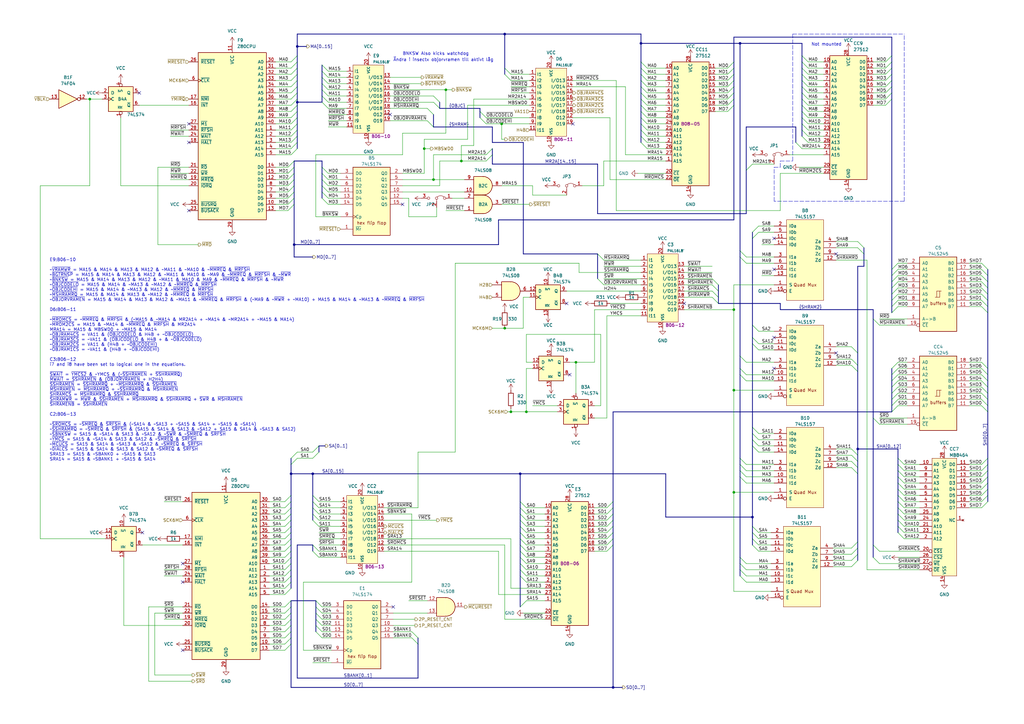
<source format=kicad_sch>
(kicad_sch (version 20211123) (generator eeschema)
  (paper "A3")
  (title_block (title "Arkanoid: Revenge of Doh ") (date "2023-02-22") (company "Ulf Skutnabba, twitter: @skutis77") (comment 1 "Seta number: P0-022-A"))
  (bus_alias "SHRAM2" (members "~{SSHRAMEN}" "~{MSHRAMEN}" "~{SHRAMCS}" "~{SHRAMWR}"))
  (bus_alias "OBJC" (members "~{OBJCODELO}" "~{OBJCODEHI}"))
  (bus_alias "SHRAM" (members "~{MSHRAMRQ}" "~{OBJORVRAMEN}"))
  (junction (at 300.99 201.93))
  (junction (at 177.8 73.66))
  (junction (at 205.74 50.8))
  (junction (at 215.9 168.91))
  (junction (at 120.65 100.33))
  (junction (at 303.53 17.78))
  (junction (at 236.22 148.59))
  (junction (at 209.55 168.91))
  (junction (at 189.23 66.04))
  (junction (at 182.88 36.83))
  (junction (at 251.46 281.94))
  (junction (at 128.27 194.31))
  (junction (at 207.01 13.97))
  (junction (at 207.01 134.62))
  (junction (at 36.83 40.64))
  (junction (at 262.89 17.78))
  (junction (at 121.92 41.91))
  (junction (at 351.79 184.15))
  (junction (at 213.36 194.31))
  (junction (at 121.92 19.05))
  (junction (at 119.38 194.31))
  (junction (at 300.99 160.02))
  (junction (at 173.99 60.96))
  (junction (at 308.61 212.09))
  (junction (at 300.99 127))
  (no_connect (at 317.5 110.49))
  (no_connect (at 317.5 138.43))
  (no_connect (at 234.95 50.8))
  (no_connect (at 232.41 124.46))
  (no_connect (at 161.29 248.92))
  (no_connect (at 317.5 151.13))
  (no_connect (at 165.1 83.82))
  (no_connect (at 58.42 218.44))
  (no_connect (at 233.68 153.67))
  (no_connect (at 57.15 38.1))
  (no_connect (at 77.47 58.42))
  (no_connect (at 77.47 50.8))
  (no_connect (at 77.47 86.36))
  (no_connect (at 342.9 104.14))
  (no_connect (at 342.9 144.78))
  (no_connect (at 160.02 46.99))
  (no_connect (at 74.93 266.7))
  (no_connect (at 74.93 238.76))
  (no_connect (at 74.93 231.14))
  (no_connect (at 317.5 97.79))
  (no_connect (at 280.67 124.46))
  (bus_entry (at 303.53 193.04) (size 2.54 2.54))
  (bus_entry (at 128.27 185.42) (size 2.54 -2.54))
  (bus_entry (at 262.89 45.72) (size 2.54 2.54))
  (bus_entry (at 358.14 171.45) (size 2.54 2.54))
  (bus_entry (at 358.14 130.81) (size 2.54 2.54))
  (bus_entry (at 358.14 228.6) (size 2.54 2.54))
  (bus_entry (at 358.14 223.52) (size 2.54 2.54))
  (bus_entry (at 365.76 158.75) (size 2.54 -2.54))
  (bus_entry (at 292.1 121.92) (size 2.54 2.54))
  (bus_entry (at 128.27 208.28) (size 2.54 2.54))
  (bus_entry (at 402.59 153.67) (size 2.54 2.54))
  (bus_entry (at 402.59 198.12) (size 2.54 -2.54))
  (bus_entry (at 116.84 264.16) (size 2.54 -2.54))
  (bus_entry (at 116.84 261.62) (size 2.54 -2.54))
  (bus_entry (at 262.89 43.18) (size 2.54 2.54))
  (bus_entry (at 303.53 151.13) (size 2.54 2.54))
  (bus_entry (at 328.93 33.02) (size 2.54 2.54))
  (bus_entry (at 363.22 38.1) (size 2.54 -2.54))
  (bus_entry (at 368.3 203.2) (size 2.54 2.54))
  (bus_entry (at 119.38 27.94) (size 2.54 -2.54))
  (bus_entry (at 132.08 26.67) (size 2.54 2.54))
  (bus_entry (at 213.36 223.52) (size 2.54 2.54))
  (bus_entry (at 402.59 151.13) (size 2.54 2.54))
  (bus_entry (at 365.76 151.13) (size 2.54 -2.54))
  (bus_entry (at 116.84 226.06) (size 2.54 -2.54))
  (bus_entry (at 116.84 233.68) (size 2.54 -2.54))
  (bus_entry (at 129.54 259.08) (size 2.54 2.54))
  (bus_entry (at 328.93 45.72) (size 2.54 2.54))
  (bus_entry (at 328.93 40.64) (size 2.54 2.54))
  (bus_entry (at 365.76 118.11) (size 2.54 -2.54))
  (bus_entry (at 308.61 133.35) (size 2.54 2.54))
  (bus_entry (at 119.38 40.64) (size 2.54 -2.54))
  (bus_entry (at 349.25 191.77) (size 2.54 2.54))
  (bus_entry (at 132.08 39.37) (size 2.54 2.54))
  (bus_entry (at 328.93 35.56) (size 2.54 2.54))
  (bus_entry (at 308.61 140.97) (size 2.54 2.54))
  (bus_entry (at 402.59 195.58) (size 2.54 -2.54))
  (bus_entry (at 328.93 53.34) (size 2.54 2.54))
  (bus_entry (at 128.27 203.2) (size 2.54 2.54))
  (bus_entry (at 207.01 27.94) (size 2.54 2.54))
  (bus_entry (at 207.01 30.48) (size 2.54 2.54))
  (bus_entry (at 262.89 33.02) (size 2.54 2.54))
  (bus_entry (at 328.93 30.48) (size 2.54 2.54))
  (bus_entry (at 116.84 241.3) (size 2.54 -2.54))
  (bus_entry (at 402.59 161.29) (size 2.54 2.54))
  (bus_entry (at 132.08 81.28) (size 2.54 2.54))
  (bus_entry (at 116.84 243.84) (size 2.54 -2.54))
  (bus_entry (at 402.59 123.19) (size 2.54 2.54))
  (bus_entry (at 402.59 190.5) (size 2.54 -2.54))
  (bus_entry (at 118.11 73.66) (size 2.54 -2.54))
  (bus_entry (at 119.38 190.5) (size 2.54 -2.54))
  (bus_entry (at 116.84 213.36) (size 2.54 -2.54))
  (bus_entry (at 298.45 38.1) (size 2.54 -2.54))
  (bus_entry (at 262.89 53.34) (size 2.54 2.54))
  (bus_entry (at 298.45 45.72) (size 2.54 -2.54))
  (bus_entry (at 402.59 203.2) (size 2.54 -2.54))
  (bus_entry (at 368.3 210.82) (size 2.54 2.54))
  (bus_entry (at 213.36 233.68) (size 2.54 2.54))
  (bus_entry (at 303.53 190.5) (size 2.54 2.54))
  (bus_entry (at 303.53 146.05) (size 2.54 2.54))
  (bus_entry (at 116.84 218.44) (size 2.54 -2.54))
  (bus_entry (at 292.1 114.3) (size 2.54 2.54))
  (bus_entry (at 308.61 177.8) (size 2.54 2.54))
  (bus_entry (at 116.84 254) (size 2.54 -2.54))
  (bus_entry (at 368.3 215.9) (size 2.54 2.54))
  (bus_entry (at 365.76 153.67) (size 2.54 -2.54))
  (bus_entry (at 303.53 102.87) (size 2.54 2.54))
  (bus_entry (at 292.1 119.38) (size 2.54 2.54))
  (bus_entry (at 326.39 58.42) (size 2.54 2.54))
  (bus_entry (at 118.11 71.12) (size 2.54 -2.54))
  (bus_entry (at 303.53 228.6) (size 2.54 2.54))
  (bus_entry (at 128.27 210.82) (size 2.54 2.54))
  (bus_entry (at 368.3 187.96) (size 2.54 2.54))
  (bus_entry (at 248.92 210.82) (size 2.54 -2.54))
  (bus_entry (at 119.38 58.42) (size 2.54 -2.54))
  (bus_entry (at 402.59 148.59) (size 2.54 2.54))
  (bus_entry (at 365.76 125.73) (size 2.54 -2.54))
  (bus_entry (at 213.36 208.28) (size 2.54 2.54))
  (bus_entry (at 119.38 50.8) (size 2.54 -2.54))
  (bus_entry (at 363.22 27.94) (size 2.54 -2.54))
  (bus_entry (at 118.11 83.82) (size 2.54 -2.54))
  (bus_entry (at 213.36 228.6) (size 2.54 2.54))
  (bus_entry (at 349.25 186.69) (size 2.54 2.54))
  (bus_entry (at 116.84 251.46) (size 2.54 -2.54))
  (bus_entry (at 262.89 25.4) (size 2.54 2.54))
  (bus_entry (at 118.11 81.28) (size 2.54 -2.54))
  (bus_entry (at 245.11 114.3) (size 2.54 2.54))
  (bus_entry (at 245.11 104.14) (size 2.54 2.54))
  (bus_entry (at 298.45 40.64) (size 2.54 -2.54))
  (bus_entry (at 196.85 45.72) (size 2.54 2.54))
  (bus_entry (at 196.85 48.26) (size 2.54 2.54))
  (bus_entry (at 213.36 215.9) (size 2.54 2.54))
  (bus_entry (at 132.08 29.21) (size 2.54 2.54))
  (bus_entry (at 402.59 163.83) (size 2.54 2.54))
  (bus_entry (at 308.61 175.26) (size 2.54 2.54))
  (bus_entry (at 349.25 224.79) (size 2.54 -2.54))
  (bus_entry (at 262.89 50.8) (size 2.54 2.54))
  (bus_entry (at 119.38 48.26) (size 2.54 -2.54))
  (bus_entry (at 128.27 223.52) (size 2.54 2.54))
  (bus_entry (at 349.25 232.41) (size 2.54 -2.54))
  (bus_entry (at 248.92 223.52) (size 2.54 -2.54))
  (bus_entry (at 116.84 210.82) (size 2.54 -2.54))
  (bus_entry (at 119.38 38.1) (size 2.54 -2.54))
  (bus_entry (at 262.89 58.42) (size 2.54 2.54))
  (bus_entry (at 349.25 229.87) (size 2.54 -2.54))
  (bus_entry (at 118.11 86.36) (size 2.54 -2.54))
  (bus_entry (at 129.54 246.38) (size 2.54 2.54))
  (bus_entry (at 328.93 55.88) (size 2.54 2.54))
  (bus_entry (at 213.36 210.82) (size 2.54 2.54))
  (bus_entry (at 119.38 63.5) (size 2.54 -2.54))
  (bus_entry (at 213.36 231.14) (size 2.54 2.54))
  (bus_entry (at 365.76 115.57) (size 2.54 -2.54))
  (bus_entry (at 306.07 69.85) (size 2.54 -2.54))
  (bus_entry (at 116.84 223.52) (size 2.54 -2.54))
  (bus_entry (at 248.92 220.98) (size 2.54 -2.54))
  (bus_entry (at 116.84 228.6) (size 2.54 -2.54))
  (bus_entry (at 262.89 55.88) (size 2.54 2.54))
  (bus_entry (at 129.54 248.92) (size 2.54 2.54))
  (bus_entry (at 132.08 36.83) (size 2.54 2.54))
  (bus_entry (at 328.93 38.1) (size 2.54 2.54))
  (bus_entry (at 303.53 187.96) (size 2.54 2.54))
  (bus_entry (at 128.27 226.06) (size 2.54 2.54))
  (bus_entry (at 132.08 34.29) (size 2.54 2.54))
  (bus_entry (at 119.38 60.96) (size 2.54 -2.54))
  (bus_entry (at 308.61 223.52) (size 2.54 2.54))
  (bus_entry (at 298.45 27.94) (size 2.54 -2.54))
  (bus_entry (at 132.08 71.12) (size 2.54 2.54))
  (bus_entry (at 116.84 266.7) (size 2.54 -2.54))
  (bus_entry (at 132.08 68.58) (size 2.54 2.54))
  (bus_entry (at 368.3 193.04) (size 2.54 2.54))
  (bus_entry (at 213.36 236.22) (size 2.54 2.54))
  (bus_entry (at 363.22 40.64) (size 2.54 -2.54))
  (bus_entry (at 298.45 43.18) (size 2.54 -2.54))
  (bus_entry (at 116.84 215.9) (size 2.54 -2.54))
  (bus_entry (at 119.38 187.96) (size 2.54 -2.54))
  (bus_entry (at 368.3 198.12) (size 2.54 2.54))
  (bus_entry (at 213.36 218.44) (size 2.54 2.54))
  (bus_entry (at 119.38 35.56) (size 2.54 -2.54))
  (bus_entry (at 308.61 182.88) (size 2.54 2.54))
  (bus_entry (at 351.79 99.06) (size 2.54 2.54))
  (bus_entry (at 351.79 101.6) (size 2.54 2.54))
  (bus_entry (at 118.11 76.2) (size 2.54 -2.54))
  (bus_entry (at 365.76 110.49) (size 2.54 -2.54))
  (bus_entry (at 402.59 200.66) (size 2.54 -2.54))
  (bus_entry (at 402.59 156.21) (size 2.54 2.54))
  (bus_entry (at 129.54 254) (size 2.54 2.54))
  (bus_entry (at 365.76 168.91) (size 2.54 -2.54))
  (bus_entry (at 328.93 43.18) (size 2.54 2.54))
  (bus_entry (at 402.59 158.75) (size 2.54 2.54))
  (bus_entry (at 262.89 35.56) (size 2.54 2.54))
  (bus_entry (at 402.59 205.74) (size 2.54 -2.54))
  (bus_entry (at 328.93 48.26) (size 2.54 2.54))
  (bus_entry (at 168.91 259.08) (size 2.54 2.54))
  (bus_entry (at 168.91 261.62) (size 2.54 2.54))
  (bus_entry (at 402.59 208.28) (size 2.54 -2.54))
  (bus_entry (at 248.92 208.28) (size 2.54 -2.54))
  (bus_entry (at 262.89 48.26) (size 2.54 2.54))
  (bus_entry (at 363.22 43.18) (size 2.54 -2.54))
  (bus_entry (at 116.84 238.76) (size 2.54 -2.54))
  (bus_entry (at 303.53 231.14) (size 2.54 2.54))
  (bus_entry (at 365.76 113.03) (size 2.54 -2.54))
  (bus_entry (at 132.08 73.66) (size 2.54 2.54))
  (bus_entry (at 328.93 27.94) (size 2.54 2.54))
  (bus_entry (at 132.08 31.75) (size 2.54 2.54))
  (bus_entry (at 368.3 200.66) (size 2.54 2.54))
  (bus_entry (at 368.3 213.36) (size 2.54 2.54))
  (bus_entry (at 303.53 105.41) (size 2.54 2.54))
  (bus_entry (at 365.76 123.19) (size 2.54 -2.54))
  (bus_entry (at 363.22 33.02) (size 2.54 -2.54))
  (bus_entry (at 303.53 233.68) (size 2.54 2.54))
  (bus_entry (at 116.84 231.14) (size 2.54 -2.54))
  (bus_entry (at 248.92 215.9) (size 2.54 -2.54))
  (bus_entry (at 368.3 218.44) (size 2.54 2.54))
  (bus_entry (at 213.36 213.36) (size 2.54 2.54))
  (bus_entry (at 119.38 25.4) (size 2.54 -2.54))
  (bus_entry (at 349.25 189.23) (size 2.54 2.54))
  (bus_entry (at 368.3 190.5) (size 2.54 2.54))
  (bus_entry (at 128.27 205.74) (size 2.54 2.54))
  (bus_entry (at 119.38 33.02) (size 2.54 -2.54))
  (bus_entry (at 363.22 30.48) (size 2.54 -2.54))
  (bus_entry (at 213.36 226.06) (size 2.54 2.54))
  (bus_entry (at 248.92 218.44) (size 2.54 -2.54))
  (bus_entry (at 308.61 220.98) (size 2.54 2.54))
  (bus_entry (at 119.38 43.18) (size 2.54 -2.54))
  (bus_entry (at 132.08 78.74) (size 2.54 2.54))
  (bus_entry (at 116.84 248.92) (size 2.54 -2.54))
  (bus_entry (at 402.59 110.49) (size 2.54 2.54))
  (bus_entry (at 199.39 63.5) (size 2.54 -2.54))
  (bus_entry (at 199.39 66.04) (size 2.54 -2.54))
  (bus_entry (at 298.45 33.02) (size 2.54 -2.54))
  (bus_entry (at 402.59 125.73) (size 2.54 2.54))
  (bus_entry (at 132.08 76.2) (size 2.54 2.54))
  (bus_entry (at 365.76 156.21) (size 2.54 -2.54))
  (bus_entry (at 402.59 107.95) (size 2.54 2.54))
  (bus_entry (at 116.84 205.74) (size 2.54 -2.54))
  (bus_entry (at 402.59 113.03) (size 2.54 2.54))
  (bus_entry (at 308.61 215.9) (size 2.54 2.54))
  (bus_entry (at 402.59 120.65) (size 2.54 2.54))
  (bus_entry (at 368.3 205.74) (size 2.54 2.54))
  (bus_entry (at 368.3 208.28) (size 2.54 2.54))
  (bus_entry (at 116.84 236.22) (size 2.54 -2.54))
  (bus_entry (at 116.84 259.08) (size 2.54 -2.54))
  (bus_entry (at 248.92 213.36) (size 2.54 -2.54))
  (bus_entry (at 363.22 25.4) (size 2.54 -2.54))
  (bus_entry (at 118.11 78.74) (size 2.54 -2.54))
  (bus_entry (at 262.89 30.48) (size 2.54 2.54))
  (bus_entry (at 349.25 227.33) (size 2.54 -2.54))
  (bus_entry (at 402.59 193.04) (size 2.54 -2.54))
  (bus_entry (at 303.53 195.58) (size 2.54 2.54))
  (bus_entry (at 116.84 256.54) (size 2.54 -2.54))
  (bus_entry (at 116.84 220.98) (size 2.54 -2.54))
  (bus_entry (at 119.38 30.48) (size 2.54 -2.54))
  (bus_entry (at 175.26 49.53) (size 2.54 2.54))
  (bus_entry (at 175.26 44.45) (size 2.54 2.54))
  (bus_entry (at 177.8 41.91) (size 2.54 2.54))
  (bus_entry (at 177.8 39.37) (size 2.54 2.54))
  (bus_entry (at 248.92 226.06) (size 2.54 -2.54))
  (bus_entry (at 119.38 55.88) (size 2.54 -2.54))
  (bus_entry (at 292.1 116.84) (size 2.54 2.54))
  (bus_entry (at 402.59 166.37) (size 2.54 2.54))
  (bus_entry (at 365.76 161.29) (size 2.54 -2.54))
  (bus_entry (at 308.61 138.43) (size 2.54 2.54))
  (bus_entry (at 118.11 68.58) (size 2.54 -2.54))
  (bus_entry (at 328.93 25.4) (size 2.54 2.54))
  (bus_entry (at 368.3 195.58) (size 2.54 2.54))
  (bus_entry (at 119.38 45.72) (size 2.54 -2.54))
  (bus_entry (at 298.45 35.56) (size 2.54 -2.54))
  (bus_entry (at 308.61 218.44) (size 2.54 2.54))
  (bus_entry (at 129.54 256.54) (size 2.54 2.54))
  (bus_entry (at 116.84 208.28) (size 2.54 -2.54))
  (bus_entry (at 262.89 38.1) (size 2.54 2.54))
  (bus_entry (at 213.36 205.74) (size 2.54 2.54))
  (bus_entry (at 213.36 248.92) (size 2.54 -2.54))
  (bus_entry (at 402.59 115.57) (size 2.54 2.54))
  (bus_entry (at 402.59 118.11) (size 2.54 2.54))
  (bus_entry (at 128.27 187.96) (size 2.54 -2.54))
  (bus_entry (at 308.61 95.25) (size 2.54 -2.54))
  (bus_entry (at 129.54 251.46) (size 2.54 2.54))
  (bus_entry (at 119.38 53.34) (size 2.54 -2.54))
  (bus_entry (at 328.93 50.8) (size 2.54 2.54))
  (bus_entry (at 132.08 41.91) (size 2.54 2.54))
  (bus_entry (at 308.61 97.79) (size 2.54 -2.54))
  (bus_entry (at 308.61 180.34) (size 2.54 2.54))
  (bus_entry (at 328.93 22.86) (size 2.54 2.54))
  (bus_entry (at 303.53 153.67) (size 2.54 2.54))
  (bus_entry (at 262.89 40.64) (size 2.54 2.54))
  (bus_entry (at 365.76 163.83) (size 2.54 -2.54))
  (bus_entry (at 365.76 120.65) (size 2.54 -2.54))
  (bus_entry (at 303.53 236.22) (size 2.54 2.54))
  (bus_entry (at 365.76 166.37) (size 2.54 -2.54))
  (bus_entry (at 262.89 27.94) (size 2.54 2.54))
  (bus_entry (at 298.45 30.48) (size 2.54 -2.54))
  (bus_entry (at 213.36 220.98) (size 2.54 2.54))
  (bus_entry (at 128.27 213.36) (size 2.54 2.54))
  (bus_entry (at 363.22 35.56) (size 2.54 -2.54))
  (bus_entry (at 365.76 128.27) (size 2.54 -2.54))
  (bus_entry (at 349.25 147.32) (size 2.54 2.54))
  (bus_entry (at 349.25 184.15) (size 2.54 2.54))
  (bus_entry (at 349.25 149.86) (size 2.54 2.54))
  (bus_entry (at 349.25 142.24) (size 2.54 2.54))
  (wire (pts (xy 397.51 161.29) (xy 402.59 161.29)))
  (bus (pts (xy 130.81 182.88) (xy 133.35 182.88)))
  (wire (pts (xy 134.62 41.91) (xy 142.24 41.91)))
  (bus (pts (xy 119.38 259.08) (xy 119.38 261.62)))
  (wire (pts (xy 256.54 63.5) (xy 273.05 63.5)))
  (wire (pts (xy 370.84 215.9) (xy 377.19 215.9)))
  (wire (pts (xy 215.9 228.6) (xy 223.52 228.6)))
  (wire (pts (xy 160.02 44.45) (xy 175.26 44.45)))
  (wire (pts (xy 311.15 143.51) (xy 317.5 143.51)))
  (bus (pts (xy 120.65 81.28) (xy 120.65 78.74)))
  (wire (pts (xy 173.99 60.96) (xy 173.99 57.15)))
  (bus (pts (xy 405.13 158.75) (xy 405.13 161.29)))
  (bus (pts (xy 132.08 78.74) (xy 132.08 81.28)))
  (bus (pts (xy 405.13 168.91) (xy 405.13 187.96)))
  (wire (pts (xy 331.47 50.8) (xy 337.82 50.8)))
  (bus (pts (xy 294.64 119.38) (xy 294.64 121.92)))
  (wire (pts (xy 370.84 213.36) (xy 377.19 213.36)))
  (bus (pts (xy 119.38 233.68) (xy 119.38 236.22)))
  (bus (pts (xy 308.61 138.43) (xy 308.61 140.97)))
  (bus (pts (xy 308.61 97.79) (xy 308.61 133.35)))
  (bus (pts (xy 121.92 19.05) (xy 121.92 13.97)))
  (wire (pts (xy 331.47 27.94) (xy 337.82 27.94)))
  (wire (pts (xy 134.62 81.28) (xy 139.7 81.28)))
  (bus (pts (xy 121.92 53.34) (xy 121.92 50.8)))
  (bus (pts (xy 214.63 104.14) (xy 245.11 104.14)))
  (wire (pts (xy 130.81 220.98) (xy 139.7 220.98)))
  (bus (pts (xy 262.89 43.18) (xy 262.89 40.64)))
  (bus (pts (xy 132.08 73.66) (xy 132.08 76.2)))
  (wire (pts (xy 370.84 220.98) (xy 377.19 220.98)))
  (bus (pts (xy 308.61 212.09) (xy 308.61 215.9)))
  (bus (pts (xy 120.65 66.04) (xy 132.08 66.04)))
  (wire (pts (xy 370.84 218.44) (xy 377.19 218.44)))
  (bus (pts (xy 213.36 218.44) (xy 213.36 215.9)))
  (bus (pts (xy 128.27 223.52) (xy 128.27 226.06)))
  (bus (pts (xy 262.89 38.1) (xy 262.89 35.56)))
  (bus (pts (xy 121.92 60.96) (xy 121.92 58.42)))
  (wire (pts (xy 113.03 55.88) (xy 119.38 55.88)))
  (bus (pts (xy 405.13 118.11) (xy 405.13 120.65)))
  (bus (pts (xy 128.27 205.74) (xy 128.27 208.28)))
  (wire (pts (xy 209.55 33.02) (xy 217.17 33.02)))
  (wire (pts (xy 306.07 107.95) (xy 317.5 107.95)))
  (wire (pts (xy 113.03 45.72) (xy 119.38 45.72)))
  (wire (pts (xy 331.47 53.34) (xy 337.82 53.34)))
  (polyline (pts (xy 370.84 82.55) (xy 317.5 82.55)))
  (bus (pts (xy 251.46 218.44) (xy 251.46 220.98)))
  (bus (pts (xy 328.93 53.34) (xy 328.93 50.8)))
  (bus (pts (xy 320.04 124.46) (xy 320.04 127)))
  (wire (pts (xy 250.19 73.66) (xy 273.05 73.66)))
  (wire (pts (xy 397.51 107.95) (xy 402.59 107.95)))
  (wire (pts (xy 113.03 35.56) (xy 119.38 35.56)))
  (bus (pts (xy 201.93 58.42) (xy 214.63 58.42)))
  (wire (pts (xy 397.51 113.03) (xy 402.59 113.03)))
  (wire (pts (xy 35.56 40.64) (xy 36.83 40.64)))
  (wire (pts (xy 331.47 55.88) (xy 337.82 55.88)))
  (bus (pts (xy 368.3 215.9) (xy 368.3 213.36)))
  (bus (pts (xy 365.76 33.02) (xy 365.76 35.56)))
  (bus (pts (xy 328.93 27.94) (xy 328.93 25.4)))
  (wire (pts (xy 300.99 116.84) (xy 300.99 127)))
  (wire (pts (xy 368.3 163.83) (xy 372.11 163.83)))
  (bus (pts (xy 251.46 223.52) (xy 251.46 281.94)))
  (wire (pts (xy 236.22 148.59) (xy 243.84 148.59)))
  (wire (pts (xy 252.73 33.02) (xy 252.73 86.36)))
  (wire (pts (xy 320.04 71.12) (xy 320.04 86.36)))
  (wire (pts (xy 177.8 73.66) (xy 177.8 63.5)))
  (wire (pts (xy 368.3 151.13) (xy 372.11 151.13)))
  (bus (pts (xy 262.89 27.94) (xy 262.89 25.4)))
  (wire (pts (xy 397.51 190.5) (xy 402.59 190.5)))
  (wire (pts (xy 243.84 210.82) (xy 248.92 210.82)))
  (bus (pts (xy 368.3 205.74) (xy 368.3 203.2)))
  (wire (pts (xy 311.15 220.98) (xy 316.23 220.98)))
  (wire (pts (xy 236.22 148.59) (xy 236.22 161.29)))
  (bus (pts (xy 121.92 41.91) (xy 121.92 40.64)))
  (wire (pts (xy 64.77 68.58) (xy 77.47 68.58)))
  (bus (pts (xy 365.76 22.86) (xy 365.76 25.4)))
  (wire (pts (xy 157.48 226.06) (xy 204.47 226.06)))
  (bus (pts (xy 300.99 27.94) (xy 300.99 25.4)))
  (bus (pts (xy 405.13 110.49) (xy 405.13 113.03)))
  (bus (pts (xy 201.93 52.07) (xy 201.93 58.42)))
  (bus (pts (xy 365.76 38.1) (xy 365.76 40.64)))
  (bus (pts (xy 213.36 194.31) (xy 273.05 194.31)))
  (bus (pts (xy 405.13 195.58) (xy 405.13 198.12)))
  (wire (pts (xy 293.37 38.1) (xy 298.45 38.1)))
  (wire (pts (xy 134.62 29.21) (xy 142.24 29.21)))
  (wire (pts (xy 113.03 86.36) (xy 118.11 86.36)))
  (wire (pts (xy 311.15 223.52) (xy 316.23 223.52)))
  (wire (pts (xy 368.3 166.37) (xy 372.11 166.37)))
  (bus (pts (xy 121.92 25.4) (xy 121.92 22.86)))
  (wire (pts (xy 237.49 111.76) (xy 262.89 111.76)))
  (wire (pts (xy 172.72 34.29) (xy 160.02 34.29)))
  (bus (pts (xy 303.53 190.5) (xy 303.53 193.04)))
  (wire (pts (xy 247.65 109.22) (xy 262.89 109.22)))
  (bus (pts (xy 119.38 261.62) (xy 119.38 264.16)))
  (bus (pts (xy 121.92 278.13) (xy 121.92 223.52)))
  (wire (pts (xy 246.38 166.37) (xy 246.38 137.16)))
  (wire (pts (xy 205.74 76.2) (xy 218.44 76.2)))
  (wire (pts (xy 232.41 119.38) (xy 262.89 119.38)))
  (wire (pts (xy 110.49 208.28) (xy 116.84 208.28)))
  (wire (pts (xy 312.42 113.03) (xy 317.5 113.03)))
  (bus (pts (xy 365.76 163.83) (xy 365.76 166.37)))
  (wire (pts (xy 110.49 215.9) (xy 116.84 215.9)))
  (bus (pts (xy 171.45 261.62) (xy 171.45 264.16)))
  (wire (pts (xy 63.5 251.46) (xy 74.93 251.46)))
  (bus (pts (xy 213.36 231.14) (xy 213.36 228.6)))
  (wire (pts (xy 306.07 238.76) (xy 316.23 238.76)))
  (wire (pts (xy 60.96 248.92) (xy 60.96 279.4)))
  (bus (pts (xy 121.92 43.18) (xy 121.92 41.91)))
  (bus (pts (xy 351.79 186.69) (xy 351.79 184.15)))
  (bus (pts (xy 328.93 45.72) (xy 328.93 43.18)))
  (wire (pts (xy 218.44 80.01) (xy 218.44 76.2)))
  (wire (pts (xy 261.62 71.12) (xy 273.05 71.12)))
  (bus (pts (xy 300.99 43.18) (xy 300.99 90.17)))
  (wire (pts (xy 306.07 198.12) (xy 317.5 198.12)))
  (bus (pts (xy 300.99 25.4) (xy 300.99 15.24)))
  (wire (pts (xy 113.03 53.34) (xy 119.38 53.34)))
  (wire (pts (xy 331.47 43.18) (xy 337.82 43.18)))
  (polyline (pts (xy 320.04 68.58) (xy 320.04 66.04)))
  (bus (pts (xy 328.93 38.1) (xy 328.93 35.56)))
  (wire (pts (xy 358.14 33.02) (xy 363.22 33.02)))
  (wire (pts (xy 360.68 133.35) (xy 372.11 133.35)))
  (bus (pts (xy 245.11 87.63) (xy 306.07 87.63)))
  (bus (pts (xy 306.07 87.63) (xy 306.07 69.85)))
  (wire (pts (xy 370.84 193.04) (xy 377.19 193.04)))
  (bus (pts (xy 119.38 203.2) (xy 119.38 205.74)))
  (wire (pts (xy 342.9 147.32) (xy 349.25 147.32)))
  (wire (pts (xy 113.03 63.5) (xy 119.38 63.5)))
  (bus (pts (xy 303.53 17.78) (xy 262.89 17.78)))
  (bus (pts (xy 294.64 116.84) (xy 294.64 119.38)))
  (wire (pts (xy 358.14 40.64) (xy 363.22 40.64)))
  (wire (pts (xy 327.66 68.58) (xy 337.82 68.58)))
  (wire (pts (xy 300.99 160.02) (xy 300.99 201.93)))
  (bus (pts (xy 251.46 215.9) (xy 251.46 218.44)))
  (wire (pts (xy 113.03 30.48) (xy 119.38 30.48)))
  (wire (pts (xy 199.39 50.8) (xy 205.74 50.8)))
  (bus (pts (xy 262.89 33.02) (xy 262.89 30.48)))
  (bus (pts (xy 365.76 151.13) (xy 365.76 153.67)))
  (wire (pts (xy 110.49 254) (xy 116.84 254)))
  (bus (pts (xy 177.8 46.99) (xy 177.8 52.07)))
  (wire (pts (xy 191.77 43.18) (xy 217.17 43.18)))
  (bus (pts (xy 306.07 52.07) (xy 326.39 52.07)))
  (wire (pts (xy 306.07 231.14) (xy 316.23 231.14)))
  (bus (pts (xy 300.99 90.17) (xy 204.47 90.17)))
  (wire (pts (xy 238.76 76.2) (xy 247.65 76.2)))
  (wire (pts (xy 110.49 256.54) (xy 116.84 256.54)))
  (wire (pts (xy 157.48 208.28) (xy 171.45 208.28)))
  (wire (pts (xy 280.67 127) (xy 300.99 127)))
  (wire (pts (xy 397.51 193.04) (xy 402.59 193.04)))
  (bus (pts (xy 294.64 124.46) (xy 320.04 124.46)))
  (wire (pts (xy 256.54 35.56) (xy 256.54 63.5)))
  (wire (pts (xy 60.96 279.4) (xy 78.74 279.4)))
  (wire (pts (xy 311.15 218.44) (xy 316.23 218.44)))
  (wire (pts (xy 214.63 134.62) (xy 214.63 121.92)))
  (bus (pts (xy 119.38 246.38) (xy 119.38 248.92)))
  (bus (pts (xy 251.46 281.94) (xy 255.27 281.94)))
  (wire (pts (xy 134.62 78.74) (xy 139.7 78.74)))
  (wire (pts (xy 247.65 66.04) (xy 273.05 66.04)))
  (wire (pts (xy 160.02 39.37) (xy 177.8 39.37)))
  (wire (pts (xy 265.43 30.48) (xy 273.05 30.48)))
  (wire (pts (xy 60.96 248.92) (xy 74.93 248.92)))
  (bus (pts (xy 368.3 193.04) (xy 368.3 190.5)))
  (wire (pts (xy 182.88 36.83) (xy 185.42 36.83)))
  (wire (pts (xy 280.67 114.3) (xy 292.1 114.3)))
  (wire (pts (xy 358.14 35.56) (xy 363.22 35.56)))
  (bus (pts (xy 303.53 193.04) (xy 303.53 195.58)))
  (wire (pts (xy 110.49 251.46) (xy 116.84 251.46)))
  (bus (pts (xy 119.38 256.54) (xy 119.38 259.08)))
  (bus (pts (xy 128.27 210.82) (xy 128.27 213.36)))
  (bus (pts (xy 365.76 25.4) (xy 365.76 27.94)))
  (bus (pts (xy 119.38 231.14) (xy 119.38 233.68)))
  (wire (pts (xy 355.6 233.68) (xy 355.6 106.68)))
  (bus (pts (xy 128.27 194.31) (xy 213.36 194.31)))
  (bus (pts (xy 328.93 30.48) (xy 328.93 27.94)))
  (bus (pts (xy 405.13 120.65) (xy 405.13 123.19)))
  (wire (pts (xy 397.51 200.66) (xy 402.59 200.66)))
  (wire (pts (xy 341.63 232.41) (xy 349.25 232.41)))
  (bus (pts (xy 405.13 113.03) (xy 405.13 115.57)))
  (bus (pts (xy 121.92 35.56) (xy 121.92 33.02)))
  (wire (pts (xy 215.9 210.82) (xy 223.52 210.82)))
  (bus (pts (xy 405.13 115.57) (xy 405.13 118.11)))
  (bus (pts (xy 119.38 228.6) (xy 119.38 231.14)))
  (wire (pts (xy 397.51 203.2) (xy 402.59 203.2)))
  (wire (pts (xy 132.08 254) (xy 135.89 254)))
  (bus (pts (xy 358.14 127) (xy 358.14 130.81)))
  (wire (pts (xy 320.04 71.12) (xy 337.82 71.12)))
  (wire (pts (xy 113.03 71.12) (xy 118.11 71.12)))
  (wire (pts (xy 130.81 226.06) (xy 139.7 226.06)))
  (bus (pts (xy 368.3 210.82) (xy 368.3 208.28)))
  (wire (pts (xy 110.49 226.06) (xy 116.84 226.06)))
  (bus (pts (xy 120.65 73.66) (xy 120.65 71.12)))
  (bus (pts (xy 121.92 58.42) (xy 121.92 55.88)))
  (wire (pts (xy 110.49 259.08) (xy 116.84 259.08)))
  (bus (pts (xy 121.92 27.94) (xy 121.92 25.4)))
  (bus (pts (xy 273.05 194.31) (xy 273.05 212.09)))
  (wire (pts (xy 265.43 58.42) (xy 273.05 58.42)))
  (bus (pts (xy 308.61 95.25) (xy 308.61 97.79)))
  (wire (pts (xy 306.07 156.21) (xy 317.5 156.21)))
  (bus (pts (xy 196.85 45.72) (xy 196.85 48.26)))
  (bus (pts (xy 328.93 53.34) (xy 328.93 55.88)))
  (wire (pts (xy 331.47 45.72) (xy 337.82 45.72)))
  (bus (pts (xy 328.93 43.18) (xy 328.93 40.64)))
  (wire (pts (xy 177.8 73.66) (xy 190.5 73.66)))
  (bus (pts (xy 119.38 226.06) (xy 119.38 228.6)))
  (bus (pts (xy 128.27 194.31) (xy 119.38 194.31)))
  (wire (pts (xy 113.03 48.26) (xy 119.38 48.26)))
  (wire (pts (xy 250.19 48.26) (xy 250.19 73.66)))
  (wire (pts (xy 243.84 223.52) (xy 248.92 223.52)))
  (wire (pts (xy 368.3 153.67) (xy 372.11 153.67)))
  (wire (pts (xy 207.01 254) (xy 223.52 254)))
  (bus (pts (xy 405.13 193.04) (xy 405.13 195.58)))
  (bus (pts (xy 121.92 48.26) (xy 121.92 45.72)))
  (wire (pts (xy 360.68 231.14) (xy 377.19 231.14)))
  (wire (pts (xy 180.34 66.04) (xy 189.23 66.04)))
  (bus (pts (xy 320.04 127) (xy 358.14 127)))
  (bus (pts (xy 368.3 213.36) (xy 368.3 210.82)))
  (bus (pts (xy 405.13 200.66) (xy 405.13 203.2)))
  (bus (pts (xy 245.11 87.63) (xy 245.11 67.31)))
  (wire (pts (xy 179.07 88.9) (xy 167.64 88.9)))
  (bus (pts (xy 196.85 44.45) (xy 196.85 45.72)))
  (wire (pts (xy 370.84 203.2) (xy 377.19 203.2)))
  (wire (pts (xy 67.31 205.74) (xy 74.93 205.74)))
  (bus (pts (xy 251.46 220.98) (xy 251.46 223.52)))
  (wire (pts (xy 306.07 195.58) (xy 317.5 195.58)))
  (bus (pts (xy 119.38 220.98) (xy 119.38 223.52)))
  (bus (pts (xy 358.14 171.45) (xy 358.14 223.52)))
  (wire (pts (xy 209.55 220.98) (xy 209.55 241.3)))
  (bus (pts (xy 119.38 213.36) (xy 119.38 215.9)))
  (bus (pts (xy 251.46 205.74) (xy 251.46 208.28)))
  (wire (pts (xy 186.69 185.42) (xy 186.69 107.95)))
  (wire (pts (xy 232.41 80.01) (xy 218.44 80.01)))
  (wire (pts (xy 121.92 185.42) (xy 128.27 185.42)))
  (bus (pts (xy 365.76 110.49) (xy 365.76 40.64)))
  (wire (pts (xy 331.47 38.1) (xy 337.82 38.1)))
  (bus (pts (xy 119.38 208.28) (xy 119.38 210.82)))
  (wire (pts (xy 182.88 36.83) (xy 182.88 54.61)))
  (wire (pts (xy 113.03 73.66) (xy 118.11 73.66)))
  (wire (pts (xy 328.93 60.96) (xy 337.82 60.96)))
  (wire (pts (xy 300.99 160.02) (xy 317.5 160.02)))
  (wire (pts (xy 201.93 134.62) (xy 207.01 134.62)))
  (bus (pts (xy 120.65 100.33) (xy 120.65 83.82)))
  (wire (pts (xy 358.14 38.1) (xy 363.22 38.1)))
  (wire (pts (xy 300.99 116.84) (xy 317.5 116.84)))
  (bus (pts (xy 119.38 238.76) (xy 119.38 241.3)))
  (bus (pts (xy 328.93 22.86) (xy 328.93 17.78)))
  (wire (pts (xy 134.62 34.29) (xy 142.24 34.29)))
  (bus (pts (xy 119.38 190.5) (xy 119.38 194.31)))
  (wire (pts (xy 311.15 185.42) (xy 317.5 185.42)))
  (bus (pts (xy 365.76 161.29) (xy 365.76 163.83)))
  (bus (pts (xy 368.3 218.44) (xy 368.3 215.9)))
  (bus (pts (xy 303.53 195.58) (xy 303.53 228.6)))
  (bus (pts (xy 201.93 60.96) (xy 201.93 63.5)))
  (wire (pts (xy 355.6 106.68) (xy 342.9 106.68)))
  (wire (pts (xy 160.02 36.83) (xy 182.88 36.83)))
  (wire (pts (xy 246.38 137.16) (xy 215.9 137.16)))
  (wire (pts (xy 243.84 166.37) (xy 246.38 166.37)))
  (bus (pts (xy 132.08 34.29) (xy 132.08 36.83)))
  (bus (pts (xy 365.76 115.57) (xy 365.76 118.11)))
  (wire (pts (xy 36.83 40.64) (xy 41.91 40.64)))
  (wire (pts (xy 360.68 173.99) (xy 372.11 173.99)))
  (wire (pts (xy 128.27 271.78) (xy 135.89 271.78)))
  (wire (pts (xy 234.95 35.56) (xy 256.54 35.56)))
  (wire (pts (xy 194.31 40.64) (xy 217.17 40.64)))
  (bus (pts (xy 300.99 35.56) (xy 300.99 33.02)))
  (wire (pts (xy 69.85 55.88) (xy 77.47 55.88)))
  (wire (pts (xy 243.84 148.59) (xy 243.84 127)))
  (wire (pts (xy 134.62 36.83) (xy 142.24 36.83)))
  (bus (pts (xy 405.13 125.73) (xy 405.13 128.27)))
  (wire (pts (xy 160.02 41.91) (xy 177.8 41.91)))
  (bus (pts (xy 119.38 251.46) (xy 119.38 254)))
  (bus (pts (xy 365.76 118.11) (xy 365.76 120.65)))
  (bus (pts (xy 405.13 128.27) (xy 405.13 151.13)))
  (bus (pts (xy 308.61 215.9) (xy 308.61 218.44)))
  (wire (pts (xy 49.53 76.2) (xy 49.53 48.26)))
  (bus (pts (xy 129.54 246.38) (xy 119.38 246.38)))
  (bus (pts (xy 354.33 101.6) (xy 354.33 104.14)))
  (wire (pts (xy 173.99 57.15) (xy 191.77 57.15)))
  (wire (pts (xy 397.51 166.37) (xy 402.59 166.37)))
  (bus (pts (xy 303.53 102.87) (xy 303.53 105.41)))
  (wire (pts (xy 189.23 59.69) (xy 189.23 66.04)))
  (wire (pts (xy 215.9 223.52) (xy 223.52 223.52)))
  (bus (pts (xy 262.89 25.4) (xy 262.89 17.78)))
  (bus (pts (xy 328.93 33.02) (xy 328.93 30.48)))
  (bus (pts (xy 262.89 53.34) (xy 262.89 50.8)))
  (wire (pts (xy 237.49 107.95) (xy 237.49 111.76)))
  (wire (pts (xy 397.51 118.11) (xy 402.59 118.11)))
  (wire (pts (xy 180.34 76.2) (xy 180.34 66.04)))
  (bus (pts (xy 368.3 184.15) (xy 351.79 184.15)))
  (bus (pts (xy 351.79 224.79) (xy 351.79 222.25)))
  (wire (pts (xy 265.43 45.72) (xy 273.05 45.72)))
  (bus (pts (xy 365.76 120.65) (xy 365.76 123.19)))
  (bus (pts (xy 204.47 90.17) (xy 204.47 100.33)))
  (wire (pts (xy 370.84 210.82) (xy 377.19 210.82)))
  (bus (pts (xy 308.61 175.26) (xy 308.61 177.8)))
  (bus (pts (xy 213.36 213.36) (xy 213.36 210.82)))
  (wire (pts (xy 368.3 107.95) (xy 372.11 107.95)))
  (bus (pts (xy 213.36 205.74) (xy 213.36 194.31)))
  (wire (pts (xy 208.28 168.91) (xy 209.55 168.91)))
  (wire (pts (xy 293.37 33.02) (xy 298.45 33.02)))
  (wire (pts (xy 331.47 40.64) (xy 337.82 40.64)))
  (wire (pts (xy 342.9 99.06) (xy 351.79 99.06)))
  (bus (pts (xy 365.76 113.03) (xy 365.76 115.57)))
  (wire (pts (xy 215.9 208.28) (xy 223.52 208.28)))
  (wire (pts (xy 132.08 251.46) (xy 135.89 251.46)))
  (wire (pts (xy 177.8 63.5) (xy 199.39 63.5)))
  (wire (pts (xy 185.42 81.28) (xy 190.5 81.28)))
  (bus (pts (xy 120.65 78.74) (xy 120.65 76.2)))
  (wire (pts (xy 370.84 198.12) (xy 377.19 198.12)))
  (wire (pts (xy 306.07 190.5) (xy 317.5 190.5)))
  (wire (pts (xy 300.99 201.93) (xy 317.5 201.93)))
  (wire (pts (xy 397.51 163.83) (xy 402.59 163.83)))
  (polyline (pts (xy 317.5 68.58) (xy 320.04 68.58)))
  (bus (pts (xy 262.89 55.88) (xy 262.89 53.34)))
  (wire (pts (xy 157.48 220.98) (xy 209.55 220.98)))
  (bus (pts (xy 365.76 15.24) (xy 365.76 22.86)))
  (bus (pts (xy 213.36 223.52) (xy 213.36 220.98)))
  (bus (pts (xy 300.99 15.24) (xy 365.76 15.24)))
  (bus (pts (xy 262.89 45.72) (xy 262.89 43.18)))
  (bus (pts (xy 121.92 50.8) (xy 121.92 48.26)))
  (wire (pts (xy 243.84 213.36) (xy 248.92 213.36)))
  (wire (pts (xy 311.15 226.06) (xy 316.23 226.06)))
  (wire (pts (xy 130.81 218.44) (xy 139.7 218.44)))
  (bus (pts (xy 132.08 26.67) (xy 132.08 29.21)))
  (bus (pts (xy 180.34 41.91) (xy 180.34 44.45)))
  (bus (pts (xy 308.61 218.44) (xy 308.61 220.98)))
  (wire (pts (xy 370.84 200.66) (xy 377.19 200.66)))
  (wire (pts (xy 50.8 256.54) (xy 74.93 256.54)))
  (bus (pts (xy 303.53 146.05) (xy 303.53 151.13)))
  (wire (pts (xy 110.49 210.82) (xy 116.84 210.82)))
  (bus (pts (xy 251.46 168.91) (xy 365.76 168.91)))
  (wire (pts (xy 110.49 266.7) (xy 116.84 266.7)))
  (wire (pts (xy 293.37 30.48) (xy 298.45 30.48)))
  (wire (pts (xy 265.43 40.64) (xy 273.05 40.64)))
  (wire (pts (xy 110.49 236.22) (xy 116.84 236.22)))
  (bus (pts (xy 351.79 194.31) (xy 351.79 191.77)))
  (wire (pts (xy 215.9 233.68) (xy 223.52 233.68)))
  (bus (pts (xy 365.76 110.49) (xy 365.76 113.03)))
  (polyline (pts (xy 317.5 82.55) (xy 317.5 68.58)))
  (wire (pts (xy 243.84 171.45) (xy 248.92 171.45)))
  (bus (pts (xy 262.89 30.48) (xy 262.89 27.94)))
  (wire (pts (xy 165.1 54.61) (xy 165.1 63.5)))
  (bus (pts (xy 354.33 104.14) (xy 354.33 109.22)))
  (bus (pts (xy 308.61 177.8) (xy 308.61 180.34)))
  (wire (pts (xy 280.67 116.84) (xy 292.1 116.84)))
  (wire (pts (xy 130.81 213.36) (xy 139.7 213.36)))
  (bus (pts (xy 119.38 187.96) (xy 119.38 190.5)))
  (bus (pts (xy 328.93 35.56) (xy 328.93 33.02)))
  (wire (pts (xy 342.9 149.86) (xy 349.25 149.86)))
  (wire (pts (xy 397.51 120.65) (xy 402.59 120.65)))
  (wire (pts (xy 209.55 38.1) (xy 217.17 38.1)))
  (bus (pts (xy 171.45 264.16) (xy 171.45 278.13)))
  (wire (pts (xy 397.51 125.73) (xy 402.59 125.73)))
  (wire (pts (xy 69.85 73.66) (xy 77.47 73.66)))
  (wire (pts (xy 157.48 210.82) (xy 168.91 210.82)))
  (wire (pts (xy 368.3 125.73) (xy 372.11 125.73)))
  (wire (pts (xy 132.08 261.62) (xy 135.89 261.62)))
  (wire (pts (xy 67.31 233.68) (xy 74.93 233.68)))
  (wire (pts (xy 247.65 114.3) (xy 262.89 114.3)))
  (wire (pts (xy 110.49 218.44) (xy 116.84 218.44)))
  (wire (pts (xy 113.03 50.8) (xy 119.38 50.8)))
  (wire (pts (xy 397.51 110.49) (xy 402.59 110.49)))
  (wire (pts (xy 312.42 100.33) (xy 317.5 100.33)))
  (wire (pts (xy 331.47 48.26) (xy 337.82 48.26)))
  (wire (pts (xy 157.48 223.52) (xy 207.01 223.52)))
  (wire (pts (xy 368.3 113.03) (xy 372.11 113.03)))
  (wire (pts (xy 342.9 186.69) (xy 349.25 186.69)))
  (bus (pts (xy 119.38 205.74) (xy 119.38 208.28)))
  (wire (pts (xy 110.49 223.52) (xy 116.84 223.52)))
  (wire (pts (xy 207.01 57.15) (xy 205.74 57.15)))
  (bus (pts (xy 365.76 153.67) (xy 365.76 156.21)))
  (bus (pts (xy 132.08 39.37) (xy 132.08 41.91)))
  (wire (pts (xy 293.37 45.72) (xy 298.45 45.72)))
  (bus (pts (xy 213.36 233.68) (xy 213.36 231.14)))
  (bus (pts (xy 121.92 19.05) (xy 125.73 19.05)))
  (wire (pts (xy 397.51 153.67) (xy 402.59 153.67)))
  (wire (pts (xy 205.74 50.8) (xy 217.17 50.8)))
  (wire (pts (xy 205.74 83.82) (xy 217.17 83.82)))
  (wire (pts (xy 189.23 66.04) (xy 199.39 66.04)))
  (bus (pts (xy 130.81 182.88) (xy 130.81 185.42)))
  (wire (pts (xy 113.03 60.96) (xy 119.38 60.96)))
  (bus (pts (xy 300.99 40.64) (xy 300.99 43.18)))
  (wire (pts (xy 124.46 238.76) (xy 124.46 266.7)))
  (bus (pts (xy 303.53 153.67) (xy 303.53 187.96)))
  (wire (pts (xy 81.28 100.33) (xy 64.77 100.33)))
  (wire (pts (xy 265.43 48.26) (xy 273.05 48.26)))
  (wire (pts (xy 113.03 38.1) (xy 119.38 38.1)))
  (bus (pts (xy 351.79 109.22) (xy 354.33 109.22)))
  (bus (pts (xy 405.13 123.19) (xy 405.13 125.73)))
  (wire (pts (xy 132.08 259.08) (xy 135.89 259.08)))
  (bus (pts (xy 303.53 233.68) (xy 303.53 236.22)))
  (wire (pts (xy 280.67 119.38) (xy 292.1 119.38)))
  (bus (pts (xy 262.89 48.26) (xy 262.89 45.72)))
  (bus (pts (xy 132.08 36.83) (xy 132.08 39.37)))
  (bus (pts (xy 294.64 121.92) (xy 294.64 124.46)))
  (wire (pts (xy 397.51 156.21) (xy 402.59 156.21)))
  (wire (pts (xy 243.84 215.9) (xy 248.92 215.9)))
  (bus (pts (xy 262.89 35.56) (xy 262.89 33.02)))
  (wire (pts (xy 250.19 124.46) (xy 262.89 124.46)))
  (wire (pts (xy 132.08 248.92) (xy 135.89 248.92)))
  (wire (pts (xy 113.03 58.42) (xy 119.38 58.42)))
  (bus (pts (xy 273.05 212.09) (xy 308.61 212.09)))
  (wire (pts (xy 215.9 151.13) (xy 215.9 168.91)))
  (bus (pts (xy 132.08 71.12) (xy 132.08 73.66)))
  (bus (pts (xy 180.34 44.45) (xy 196.85 44.45)))
  (wire (pts (xy 331.47 30.48) (xy 337.82 30.48)))
  (wire (pts (xy 280.67 111.76) (xy 292.1 111.76)))
  (wire (pts (xy 360.68 226.06) (xy 377.19 226.06)))
  (wire (pts (xy 247.65 116.84) (xy 262.89 116.84)))
  (bus (pts (xy 365.76 156.21) (xy 365.76 158.75)))
  (wire (pts (xy 397.51 205.74) (xy 402.59 205.74)))
  (bus (pts (xy 119.38 218.44) (xy 119.38 220.98)))
  (bus (pts (xy 119.38 194.31) (xy 119.38 203.2)))
  (wire (pts (xy 311.15 92.71) (xy 317.5 92.71)))
  (wire (pts (xy 170.18 254) (xy 161.29 254)))
  (wire (pts (xy 110.49 205.74) (xy 116.84 205.74)))
  (wire (pts (xy 209.55 168.91) (xy 215.9 168.91)))
  (wire (pts (xy 167.64 88.9) (xy 167.64 81.28)))
  (wire (pts (xy 311.15 135.89) (xy 317.5 135.89)))
  (wire (pts (xy 368.3 118.11) (xy 372.11 118.11)))
  (wire (pts (xy 165.1 78.74) (xy 190.5 78.74)))
  (wire (pts (xy 209.55 167.64) (xy 209.55 168.91)))
  (wire (pts (xy 57.15 43.18) (xy 77.47 43.18)))
  (wire (pts (xy 161.29 251.46) (xy 175.26 251.46)))
  (wire (pts (xy 130.81 210.82) (xy 139.7 210.82)))
  (wire (pts (xy 233.68 148.59) (xy 236.22 148.59)))
  (bus (pts (xy 368.3 200.66) (xy 368.3 198.12)))
  (wire (pts (xy 113.03 78.74) (xy 118.11 78.74)))
  (wire (pts (xy 331.47 35.56) (xy 337.82 35.56)))
  (polyline (pts (xy 320.04 66.04) (xy 325.12 66.04)))
  (wire (pts (xy 157.48 213.36) (xy 179.07 213.36)))
  (wire (pts (xy 370.84 195.58) (xy 377.19 195.58)))
  (bus (pts (xy 213.36 215.9) (xy 213.36 213.36)))
  (bus (pts (xy 214.63 58.42) (xy 214.63 104.14)))
  (bus (pts (xy 121.92 40.64) (xy 121.92 38.1)))
  (bus (pts (xy 128.27 194.31) (xy 128.27 203.2)))
  (bus (pts (xy 328.93 25.4) (xy 328.93 22.86)))
  (bus (pts (xy 308.61 182.88) (xy 308.61 212.09)))
  (wire (pts (xy 308.61 67.31) (xy 317.5 67.31)))
  (wire (pts (xy 368.3 156.21) (xy 372.11 156.21)))
  (wire (pts (xy 248.92 129.54) (xy 262.89 129.54)))
  (wire (pts (xy 311.15 95.25) (xy 317.5 95.25)))
  (wire (pts (xy 134.62 31.75) (xy 142.24 31.75)))
  (bus (pts (xy 300.99 38.1) (xy 300.99 35.56)))
  (wire (pts (xy 331.47 33.02) (xy 337.82 33.02)))
  (wire (pts (xy 331.47 25.4) (xy 337.82 25.4)))
  (bus (pts (xy 358.14 223.52) (xy 358.14 228.6)))
  (wire (pts (xy 69.85 53.34) (xy 77.47 53.34)))
  (wire (pts (xy 265.43 53.34) (xy 273.05 53.34)))
  (wire (pts (xy 306.07 236.22) (xy 316.23 236.22)))
  (bus (pts (xy 213.36 248.92) (xy 213.36 236.22)))
  (wire (pts (xy 173.99 71.12) (xy 173.99 60.96)))
  (wire (pts (xy 265.43 27.94) (xy 273.05 27.94)))
  (wire (pts (xy 243.84 220.98) (xy 248.92 220.98)))
  (wire (pts (xy 182.88 54.61) (xy 165.1 54.61)))
  (bus (pts (xy 405.13 151.13) (xy 405.13 153.67)))
  (wire (pts (xy 368.3 161.29) (xy 372.11 161.29)))
  (wire (pts (xy 311.15 177.8) (xy 317.5 177.8)))
  (bus (pts (xy 365.76 158.75) (xy 365.76 161.29)))
  (wire (pts (xy 63.5 251.46) (xy 63.5 276.86)))
  (wire (pts (xy 194.31 40.64) (xy 194.31 59.69)))
  (wire (pts (xy 124.46 266.7) (xy 135.89 266.7)))
  (bus (pts (xy 303.53 231.14) (xy 303.53 233.68)))
  (wire (pts (xy 214.63 121.92) (xy 217.17 121.92)))
  (wire (pts (xy 209.55 241.3) (xy 223.52 241.3)))
  (wire (pts (xy 134.62 83.82) (xy 139.7 83.82)))
  (wire (pts (xy 358.14 25.4) (xy 363.22 25.4)))
  (wire (pts (xy 194.31 59.69) (xy 189.23 59.69)))
  (wire (pts (xy 215.9 236.22) (xy 223.52 236.22)))
  (wire (pts (xy 342.9 101.6) (xy 351.79 101.6)))
  (bus (pts (xy 201.93 63.5) (xy 201.93 67.31)))
  (bus (pts (xy 207.01 27.94) (xy 207.01 13.97)))
  (wire (pts (xy 113.03 43.18) (xy 119.38 43.18)))
  (bus (pts (xy 251.46 168.91) (xy 251.46 205.74)))
  (bus (pts (xy 120.65 105.41) (xy 120.65 100.33)))
  (wire (pts (xy 130.81 215.9) (xy 139.7 215.9)))
  (wire (pts (xy 331.47 58.42) (xy 337.82 58.42)))
  (bus (pts (xy 405.13 187.96) (xy 405.13 190.5)))
  (bus (pts (xy 128.27 105.41) (xy 120.65 105.41)))
  (wire (pts (xy 204.47 243.84) (xy 223.52 243.84)))
  (bus (pts (xy 308.61 180.34) (xy 308.61 182.88)))
  (bus (pts (xy 300.99 30.48) (xy 300.99 27.94)))
  (wire (pts (xy 110.49 213.36) (xy 116.84 213.36)))
  (wire (pts (xy 397.51 198.12) (xy 402.59 198.12)))
  (wire (pts (xy 134.62 39.37) (xy 142.24 39.37)))
  (wire (pts (xy 215.9 148.59) (xy 218.44 148.59)))
  (bus (pts (xy 351.79 184.15) (xy 351.79 152.4)))
  (wire (pts (xy 265.43 35.56) (xy 273.05 35.56)))
  (wire (pts (xy 306.07 193.04) (xy 317.5 193.04)))
  (wire (pts (xy 341.63 227.33) (xy 349.25 227.33)))
  (wire (pts (xy 215.9 231.14) (xy 223.52 231.14)))
  (bus (pts (xy 351.79 227.33) (xy 351.79 224.79)))
  (polyline (pts (xy 325.12 13.97) (xy 325.12 66.04)))
  (wire (pts (xy 58.42 223.52) (xy 74.93 223.52)))
  (wire (pts (xy 215.9 215.9) (xy 223.52 215.9)))
  (bus (pts (xy 251.46 210.82) (xy 251.46 213.36)))
  (bus (pts (xy 120.65 71.12) (xy 120.65 68.58)))
  (wire (pts (xy 170.18 256.54) (xy 161.29 256.54)))
  (wire (pts (xy 358.14 43.18) (xy 363.22 43.18)))
  (bus (pts (xy 365.76 27.94) (xy 365.76 30.48)))
  (wire (pts (xy 132.08 256.54) (xy 135.89 256.54)))
  (bus (pts (xy 119.38 236.22) (xy 119.38 238.76)))
  (bus (pts (xy 119.38 264.16) (xy 119.38 281.94)))
  (wire (pts (xy 265.43 38.1) (xy 273.05 38.1)))
  (wire (pts (xy 265.43 33.02) (xy 273.05 33.02)))
  (bus (pts (xy 129.54 251.46) (xy 129.54 248.92)))
  (bus (pts (xy 306.07 69.85) (xy 306.07 52.07)))
  (wire (pts (xy 113.03 81.28) (xy 118.11 81.28)))
  (wire (pts (xy 243.84 208.28) (xy 248.92 208.28)))
  (wire (pts (xy 306.07 233.68) (xy 316.23 233.68)))
  (wire (pts (xy 397.51 151.13) (xy 402.59 151.13)))
  (polyline (pts (xy 325.12 13.97) (xy 370.84 13.97)))
  (bus (pts (xy 119.38 254) (xy 119.38 256.54)))
  (wire (pts (xy 172.72 31.75) (xy 160.02 31.75)))
  (bus (pts (xy 300.99 33.02) (xy 300.99 30.48)))
  (bus (pts (xy 328.93 50.8) (xy 328.93 48.26)))
  (wire (pts (xy 199.39 48.26) (xy 217.17 48.26)))
  (wire (pts (xy 121.92 187.96) (xy 128.27 187.96)))
  (wire (pts (xy 234.95 48.26) (xy 250.19 48.26)))
  (bus (pts (xy 213.36 226.06) (xy 213.36 223.52)))
  (wire (pts (xy 110.49 231.14) (xy 116.84 231.14)))
  (wire (pts (xy 234.95 33.02) (xy 252.73 33.02)))
  (bus (pts (xy 121.92 223.52) (xy 128.27 223.52)))
  (bus (pts (xy 405.13 161.29) (xy 405.13 163.83)))
  (bus (pts (xy 365.76 35.56) (xy 365.76 38.1)))
  (wire (pts (xy 300.99 242.57) (xy 316.23 242.57)))
  (bus (pts (xy 132.08 66.04) (xy 132.08 68.58)))
  (bus (pts (xy 120.65 83.82) (xy 120.65 81.28)))
  (wire (pts (xy 129.54 63.5) (xy 129.54 88.9)))
  (wire (pts (xy 171.45 208.28) (xy 171.45 185.42)))
  (wire (pts (xy 215.9 220.98) (xy 223.52 220.98)))
  (wire (pts (xy 300.99 201.93) (xy 300.99 242.57)))
  (wire (pts (xy 342.9 189.23) (xy 349.25 189.23)))
  (wire (pts (xy 280.67 121.92) (xy 292.1 121.92)))
  (wire (pts (xy 134.62 76.2) (xy 139.7 76.2)))
  (wire (pts (xy 167.64 81.28) (xy 165.1 81.28)))
  (wire (pts (xy 110.49 243.84) (xy 116.84 243.84)))
  (bus (pts (xy 120.65 68.58) (xy 120.65 66.04)))
  (wire (pts (xy 218.44 151.13) (xy 215.9 151.13)))
  (wire (pts (xy 370.84 205.74) (xy 377.19 205.74)))
  (bus (pts (xy 201.93 67.31) (xy 245.11 67.31)))
  (wire (pts (xy 209.55 35.56) (xy 217.17 35.56)))
  (wire (pts (xy 218.44 166.37) (xy 228.6 166.37)))
  (wire (pts (xy 215.9 137.16) (xy 215.9 148.59)))
  (wire (pts (xy 36.83 76.2) (xy 36.83 40.64)))
  (bus (pts (xy 368.3 203.2) (xy 368.3 200.66)))
  (bus (pts (xy 121.92 22.86) (xy 121.92 19.05)))
  (bus (pts (xy 121.92 45.72) (xy 121.92 43.18)))
  (wire (pts (xy 397.51 208.28) (xy 402.59 208.28)))
  (bus (pts (xy 405.13 198.12) (xy 405.13 200.66)))
  (wire (pts (xy 113.03 27.94) (xy 119.38 27.94)))
  (bus (pts (xy 128.27 203.2) (xy 128.27 205.74)))
  (wire (pts (xy 160.02 49.53) (xy 175.26 49.53)))
  (wire (pts (xy 358.14 27.94) (xy 363.22 27.94)))
  (bus (pts (xy 129.54 256.54) (xy 129.54 254)))
  (wire (pts (xy 280.67 109.22) (xy 292.1 109.22)))
  (bus (pts (xy 262.89 58.42) (xy 262.89 55.88)))
  (wire (pts (xy 265.43 50.8) (xy 273.05 50.8)))
  (wire (pts (xy 355.6 233.68) (xy 377.19 233.68)))
  (bus (pts (xy 405.13 203.2) (xy 405.13 205.74)))
  (bus (pts (xy 303.53 187.96) (xy 303.53 190.5)))
  (bus (pts (xy 328.93 48.26) (xy 328.93 45.72)))
  (bus (pts (xy 368.3 208.28) (xy 368.3 205.74)))
  (bus (pts (xy 129.54 254) (xy 129.54 251.46)))
  (wire (pts (xy 130.81 223.52) (xy 139.7 223.52)))
  (wire (pts (xy 204.47 226.06) (xy 204.47 243.84)))
  (bus (pts (xy 119.38 248.92) (xy 119.38 251.46)))
  (wire (pts (xy 134.62 71.12) (xy 139.7 71.12)))
  (bus (pts (xy 119.38 281.94) (xy 251.46 281.94)))
  (bus (pts (xy 351.79 191.77) (xy 351.79 189.23)))
  (wire (pts (xy 397.51 148.59) (xy 402.59 148.59)))
  (wire (pts (xy 168.91 238.76) (xy 124.46 238.76)))
  (bus (pts (xy 121.92 55.88) (xy 121.92 53.34)))
  (bus (pts (xy 251.46 208.28) (xy 251.46 210.82)))
  (bus (pts (xy 328.93 40.64) (xy 328.93 38.1)))
  (wire (pts (xy 16.51 76.2) (xy 36.83 76.2)))
  (bus (pts (xy 328.93 17.78) (xy 303.53 17.78)))
  (wire (pts (xy 110.49 261.62) (xy 116.84 261.62)))
  (wire (pts (xy 397.51 123.19) (xy 402.59 123.19)))
  (wire (pts (xy 191.77 57.15) (xy 191.77 43.18)))
  (bus (pts (xy 120.65 76.2) (xy 120.65 73.66)))
  (wire (pts (xy 182.88 86.36) (xy 190.5 86.36)))
  (wire (pts (xy 368.3 120.65) (xy 372.11 120.65)))
  (wire (pts (xy 63.5 276.86) (xy 78.74 276.86)))
  (bus (pts (xy 207.01 30.48) (xy 207.01 27.94)))
  (bus (pts (xy 351.79 222.25) (xy 351.79 194.31)))
  (wire (pts (xy 265.43 60.96) (xy 273.05 60.96)))
  (wire (pts (xy 243.84 127) (xy 262.89 127)))
  (bus (pts (xy 405.13 156.21) (xy 405.13 158.75)))
  (wire (pts (xy 16.51 220.98) (xy 16.51 76.2)))
  (bus (pts (xy 365.76 123.19) (xy 365.76 125.73)))
  (wire (pts (xy 368.3 158.75) (xy 372.11 158.75)))
  (wire (pts (xy 368.3 115.57) (xy 372.11 115.57)))
  (bus (pts (xy 351.79 149.86) (xy 351.79 144.78)))
  (wire (pts (xy 165.1 76.2) (xy 180.34 76.2)))
  (wire (pts (xy 252.73 86.36) (xy 320.04 86.36)))
  (wire (pts (xy 368.3 110.49) (xy 372.11 110.49)))
  (wire (pts (xy 113.03 33.02) (xy 119.38 33.02)))
  (wire (pts (xy 215.9 226.06) (xy 223.52 226.06)))
  (wire (pts (xy 300.99 127) (xy 300.99 160.02)))
  (wire (pts (xy 207.01 134.62) (xy 214.63 134.62)))
  (wire (pts (xy 265.43 43.18) (xy 273.05 43.18)))
  (wire (pts (xy 306.07 105.41) (xy 317.5 105.41)))
  (bus (pts (xy 358.14 130.81) (xy 358.14 171.45)))
  (bus (pts (xy 119.38 215.9) (xy 119.38 218.44)))
  (wire (pts (xy 342.9 142.24) (xy 349.25 142.24)))
  (wire (pts (xy 134.62 73.66) (xy 139.7 73.66)))
  (wire (pts (xy 243.84 226.06) (xy 248.92 226.06)))
  (wire (pts (xy 171.45 185.42) (xy 186.69 185.42)))
  (bus (pts (xy 129.54 259.08) (xy 129.54 256.54)))
  (wire (pts (xy 342.9 184.15) (xy 349.25 184.15)))
  (wire (pts (xy 215.9 168.91) (xy 228.6 168.91)))
  (bus (pts (xy 351.79 144.78) (xy 351.79 109.22)))
  (wire (pts (xy 69.85 71.12) (xy 77.47 71.12)))
  (wire (pts (xy 215.9 246.38) (xy 223.52 246.38)))
  (wire (pts (xy 247.65 106.68) (xy 262.89 106.68)))
  (wire (pts (xy 77.47 76.2) (xy 49.53 76.2)))
  (bus (pts (xy 351.79 229.87) (xy 351.79 227.33)))
  (bus (pts (xy 119.38 223.52) (xy 119.38 226.06)))
  (wire (pts (xy 134.62 44.45) (xy 142.24 44.45)))
  (wire (pts (xy 165.1 63.5) (xy 129.54 63.5)))
  (wire (pts (xy 360.68 130.81) (xy 372.11 130.81)))
  (bus (pts (xy 351.79 152.4) (xy 351.79 149.86)))
  (wire (pts (xy 209.55 30.48) (xy 217.17 30.48)))
  (bus (pts (xy 251.46 213.36) (xy 251.46 215.9)))
  (bus (pts (xy 368.3 198.12) (xy 368.3 195.58)))
  (wire (pts (xy 293.37 40.64) (xy 298.45 40.64)))
  (wire (pts (xy 265.43 55.88) (xy 273.05 55.88)))
  (bus (pts (xy 262.89 50.8) (xy 262.89 48.26)))
  (bus (pts (xy 262.89 40.64) (xy 262.89 38.1)))
  (wire (pts (xy 207.01 254) (xy 207.01 223.52)))
  (wire (pts (xy 113.03 40.64) (xy 119.38 40.64)))
  (wire (pts (xy 110.49 238.76) (xy 116.84 238.76)))
  (wire (pts (xy 370.84 208.28) (xy 377.19 208.28)))
  (bus (pts (xy 405.13 166.37) (xy 405.13 168.91)))
  (wire (pts (xy 173.99 60.96) (xy 176.53 60.96)))
  (bus (pts (xy 405.13 190.5) (xy 405.13 193.04)))
  (wire (pts (xy 168.91 210.82) (xy 168.91 238.76)))
  (wire (pts (xy 358.14 30.48) (xy 363.22 30.48)))
  (wire (pts (xy 161.29 259.08) (xy 168.91 259.08)))
  (bus (pts (xy 308.61 220.98) (xy 308.61 223.52)))
  (wire (pts (xy 248.92 171.45) (xy 248.92 129.54)))
  (wire (pts (xy 215.9 218.44) (xy 223.52 218.44)))
  (wire (pts (xy 179.07 85.09) (xy 179.07 88.9)))
  (bus (pts (xy 119.38 210.82) (xy 119.38 213.36)))
  (bus (pts (xy 121.92 33.02) (xy 121.92 30.48)))
  (wire (pts (xy 110.49 264.16) (xy 116.84 264.16)))
  (wire (pts (xy 311.15 182.88) (xy 317.5 182.88)))
  (wire (pts (xy 67.31 254) (xy 74.93 254)))
  (bus (pts (xy 368.3 190.5) (xy 368.3 187.96)))
  (wire (pts (xy 113.03 25.4) (xy 119.38 25.4)))
  (bus (pts (xy 213.36 208.28) (xy 213.36 205.74)))
  (bus (pts (xy 405.13 153.67) (xy 405.13 156.21)))
  (wire (pts (xy 110.49 241.3) (xy 116.84 241.3)))
  (bus (pts (xy 121.92 41.91) (xy 132.08 41.91)))
  (bus (pts (xy 303.53 151.13) (xy 303.53 153.67)))
  (bus (pts (xy 204.47 100.33) (xy 120.65 100.33)))
  (wire (pts (xy 134.62 52.07) (xy 142.24 52.07)))
  (wire (pts (xy 306.07 153.67) (xy 317.5 153.67)))
  (bus (pts (xy 121.92 13.97) (xy 207.01 13.97)))
  (bus (pts (xy 213.36 228.6) (xy 213.36 226.06)))
  (bus (pts (xy 365.76 125.73) (xy 365.76 128.27)))
  (wire (pts (xy 110.49 248.92) (xy 116.84 248.92)))
  (wire (pts (xy 368.3 123.19) (xy 372.11 123.19)))
  (wire (pts (xy 368.3 228.6) (xy 377.19 228.6)))
  (wire (pts (xy 215.9 213.36) (xy 223.52 213.36)))
  (bus (pts (xy 121.92 38.1) (xy 121.92 35.56)))
  (wire (pts (xy 342.9 191.77) (xy 349.25 191.77)))
  (wire (pts (xy 110.49 228.6) (xy 116.84 228.6)))
  (wire (pts (xy 243.84 218.44) (xy 248.92 218.44)))
  (wire (pts (xy 134.62 49.53) (xy 142.24 49.53)))
  (wire (pts (xy 368.3 148.59) (xy 372.11 148.59)))
  (wire (pts (xy 161.29 261.62) (xy 168.91 261.62)))
  (wire (pts (xy 129.54 88.9) (xy 139.7 88.9)))
  (wire (pts (xy 167.64 246.38) (xy 175.26 246.38)))
  (wire (pts (xy 293.37 27.94) (xy 298.45 27.94)))
  (wire (pts (xy 293.37 43.18) (xy 298.45 43.18)))
  (wire (pts (xy 306.07 148.59) (xy 317.5 148.59)))
  (bus (pts (xy 262.89 17.78) (xy 262.89 13.97)))
  (wire (pts (xy 50.8 228.6) (xy 50.8 256.54)))
  (wire (pts (xy 113.03 83.82) (xy 118.11 83.82)))
  (wire (pts (xy 397.51 195.58) (xy 402.59 195.58)))
  (bus (pts (xy 128.27 208.28) (xy 128.27 210.82)))
  (wire (pts (xy 186.69 107.95) (xy 237.49 107.95)))
  (bus (pts (xy 351.79 189.23) (xy 351.79 186.69)))
  (polyline (pts (xy 370.84 82.55) (xy 370.84 13.97)))
  (wire (pts (xy 130.81 208.28) (xy 139.7 208.28)))
  (bus (pts (xy 368.3 187.96) (xy 368.3 184.15)))
  (bus (pts (xy 121.92 30.48) (xy 121.92 27.94)))
  (bus (pts (xy 368.3 195.58) (xy 368.3 193.04)))
  (bus (pts (xy 308.61 133.35) (xy 308.61 138.43)))
  (wire (pts (xy 130.81 228.6) (xy 139.7 228.6)))
  (bus (pts (xy 213.36 236.22) (xy 213.36 233.68)))
  (bus (pts (xy 132.08 76.2) (xy 132.08 78.74)))
  (wire (pts (xy 215.9 238.76) (xy 223.52 238.76)))
  (wire (pts (xy 205.74 57.15) (xy 205.74 50.8)))
  (wire (pts (xy 341.63 224.79) (xy 349.25 224.79)))
  (wire (pts (xy 64.77 100.33) (xy 64.77 68.58)))
  (bus (pts (xy 303.53 228.6) (xy 303.53 231.14)))
  (bus (pts (xy 129.54 248.92) (xy 129.54 246.38)))
  (wire (pts (xy 247.65 66.04) (xy 247.65 76.2)))
  (wire (pts (xy 134.62 46.99) (xy 142.24 46.99)))
  (wire (pts (xy 397.51 115.57) (xy 402.59 115.57)))
  (bus (pts (xy 245.11 114.3) (xy 245.11 104.14)))
  (bus (pts (xy 303.53 105.41) (xy 303.53 146.05)))
  (bus (pts (xy 303.53 17.78) (xy 303.53 102.87)))
  (bus (pts (xy 405.13 163.83) (xy 405.13 166.37)))
  (bus (pts (xy 365.76 30.48) (xy 365.76 33.02)))
  (wire (pts (xy 311.15 180.34) (xy 317.5 180.34)))
  (wire (pts (xy 165.1 71.12) (xy 173.99 71.12)))
  (wire (pts (xy 397.51 158.75) (xy 402.59 158.75)))
  (wire (pts (xy 110.49 220.98) (xy 116.84 220.98)))
  (wire (pts (xy 323.85 63.5) (xy 337.82 63.5)))
  (wire (pts (xy 165.1 73.66) (xy 177.8 73.66)))
  (wire (pts (xy 341.63 229.87) (xy 349.25 229.87)))
  (wire (pts (xy 214.63 251.46) (xy 223.52 251.46)))
  (wire (pts (xy 293.37 35.56) (xy 298.45 35.56)))
  (wire (pts (xy 43.18 220.98) (xy 16.51 220.98)))
  (wire (pts (xy 130.81 205.74) (xy 139.7 205.74)))
  (bus (pts (xy 213.36 210.82) (xy 213.36 208.28)))
  (wire (pts (xy 311.15 140.97) (xy 317.5 140.97)))
  (wire (pts (xy 113.03 68.58) (xy 118.11 68.58)))
  (bus (pts (xy 213.36 220.98) (xy 213.36 218.44)))
  (wire (pts (xy 360.68 171.45) (xy 372.11 171.45)))
  (bus (pts (xy 132.08 68.58) (xy 132.08 71.12)))
  (wire (pts (xy 113.03 76.2) (xy 118.11 76.2)))
  (bus (pts (xy 132.08 29.21) (xy 132.08 31.75)))
  (bus (pts (xy 365.76 166.37) (xy 365.76 168.91)))
  (wire (pts (xy 67.31 236.22) (xy 74.93 236.22)))
  (bus (pts (xy 171.45 278.13) (xy 121.92 278.13)))
  (bus (pts (xy 262.89 13.97) (xy 207.01 13.97)))
  (bus (pts (xy 132.08 31.75) (xy 132.08 34.29)))
  (wire (pts (xy 110.49 233.68) (xy 116.84 233.68)))
  (bus (pts (xy 177.8 52.07) (xy 201.93 52.07)))
  (bus (pts (xy 308.61 140.97) (xy 308.61 175.26)))
  (bus (pts (xy 300.99 40.64) (xy 300.99 38.1)))
  (wire (pts (xy 370.84 190.5) (xy 377.19 190.5)))
  (bus (pts (xy 326.39 52.07) (xy 326.39 58.42)))
  (text "BNKSW Also kicks watchdog" (at 165.1 22.86 0) (effects (font (size 1.27 1.27)) (justify left bottom)))
  (text "Ändra i insectx objorvramen till aktivt låg" (at 161.29 25.4 0) (effects (font (size 1.27 1.27)) (justify left bottom)))
  (text "Not mounted" (at 332.74 19.05 0) (effects (font (size 1.27 1.27)) (justify left bottom)))
  (text "E9:B06-10\n\n~~{VRAMWR} = MA15 & MA14 & MA13 & MA12 & ~MA11 & ~MA10 & ~~{MMREQ} & ~{MRFSH}\n~~{BGTRNSP} = MA15 & MA14 & MA13 & MA12 & ~MA11 & MA10 & ~MA9 & ~~{MMREQ} & ~{MRFSH} & ~~{MWR}\n~~{BNKSW} = MA15 & MA14 & MA13 & MA12 & ~MA11 & MA10 & MA9 & ~~{MMREQ} & ~{MRFSH} & ~~{MWR}\n~~{OBJCODELO} = MA15 & MA14 & ~MA13 & ~MA12 & ~~{MMREQ} & ~{MRFSH}\n~~{OBJCODEHI} = MA15 & MA14 & ~MA13 & MA12 & ~~{MMREQ} & ~{MRFSH}\n~~{MSHRAMRQ} = MA15 & MA14 & MA13 & ~MA12 & ~~{MMREQ} & ~{MRFSH}\n~~{OBJORVRAMEN} = MA15 & MA14 & MA13 & MA12 & ~MA11 & ~~{MMREQ} & ~{MRFSH} & (~MA9 & ~~{MWR} + ~MA10) + MA15 & MA14 & ~MA13 & ~~{MMREQ} & ~{MRFSH}\n\nD6:B06-11\n\n~~{MROMCS} = ~~{MMREQ} & ~{MRFSH} & (~MA15 & ~MA14 & MR2A14 + ~MA14 & ~MR2A14 + ~MA15 & MA14)\n~~{MROM2CS} = MA15 & ~MA14 & ~~{MMREQ} & ~{MRFSH} & MR2A14\nMRA14 = MA15 & MBSWD0 + ~MA15 & MA14\n~~{OBJRAM4CS} = VA11 & (~{OBJCODELO} & H4B + ~~{OBJCODELO})\n~~{OBJRAM3CS} = ~VA11 & (~{OBJCODELO} & H4B + & ~~{OBJCODELO})\n~~{OBJRAM2CS} = VA11 & (H4B + ~~{OBJCODEHI})\n~~{OBJRAM1CS} = ~VA11 & (H4B + ~~{OBJCODEHI})\n\nC3:B06-12\ni7 and i8 have been set to logical one in the equations.\n\n~{SWAIT} = ~{YMCS2} & ~YMCS & (~~{SSHRAMEN} + ~{SSHRAMRQ})\n~{MWAIT} = ~{SSHRAMEN} & (~{OBJORVRAMEN} + H2H4)\n~{SSHRAMEN} = ~{SSHRAMRQ} + ~~{MSHRAMRQ} & ~{SSHRAMEN}\n~{MSHRAMEN} = ~{MSHRAMRQ} + ~~{SSHRAMRQ} & ~{MSHRAMEN}\n~{SHRAMCS} = ~{MSHRAMRQ} & ~{SSHRAMRQ}\n~{SHRAMWR} = ~{MWR} & ~{SSHRAMEN} + ~{MSHRAMRQ} & ~{SSHRAMRQ} + ~{SWR} & ~{MSHRAMEN}\n~{SHRAMENB} = ~{SSHRAMEN}\n\nC2:B06-13\n\n~~{SROMCS} = ~~{SMREQ} & ~{SRFSH} & (~SA14 & ~SA13 + ~SA15 & SA14 + ~SA15 & ~SA14)\n~~{SSHRAMRQ} = ~~{SMREQ} & ~{SRFSH} & (SA15 & SA14 & SA13 & ~SA12 + SA15 & SA14 & ~SA13 & SA12)\n~~{SBNKSW} = SA15 & ~SA14 & SA13 & ~SA12 & ~~{SWR} & ~~{SMREQ} & ~{SRFSH}\n~~{YMCS} = SA15 & ~SA14 & SA13 & SA12 & ~~{SMREQ} & ~{SRFSH}\n~~{MCUCS} = SA15 & SA14 & ~SA13 & ~SA12 & ~~{SMREQ} & ~{SRFSH}\n~~{DIALCS} = SA15 & SA14 & SA13 & SA12 & ~~{SMREQ} & ~{SRFSH}\nSRA13 = SA15 & ~SBANK0 + ~SA15 & SA13\nSRA14 = SA15 & ~SBANK1 + ~SA15 & SA14" (at 20.32 189.23 0) (effects (font (size 1.27 1.27)) (justify left bottom)))
  (label "MD4" (at 114.3 78.74 0))
  (label "SHA4" (at 370.84 200.66 0))
  (label "SA7" (at 215.9 226.06 0))
  (label "SA6" (at 111.76 220.98 0))
  (label "SHA12" (at 342.9 147.32 0))
  (label "SHD[0..7]" (at 405.13 182.88 90))
  (label "MD1" (at 294.64 30.48 0))
  (label "MA6" (at 114.3 40.64 0))
  (label "MA1" (at 265.43 30.48 0))
  (label "SHD0" (at 397.51 190.5 0))
  (label "SD7" (at 368.3 148.59 0))
  (label "MA5" (at 265.43 40.64 0))
  (label "SD3" (at 111.76 256.54 0))
  (label "SHA7" (at 342.9 186.69 0))
  (label "~{BNKSW}" (at 132.08 88.9 0))
  (label "~{MRFSH}" (at 134.62 49.53 0))
  (label "MR2A15" (at 191.77 63.5 0))
  (label "MA10" (at 265.43 53.34 0))
  (label "~{SWR}" (at 67.31 251.46 0))
  (label "SHD5" (at 397.51 203.2 0))
  (label "MA3" (at 114.3 33.02 0))
  (label "MD0" (at 359.41 25.4 0))
  (label "SA8" (at 111.76 226.06 0))
  (label "SHD1" (at 397.51 193.04 0))
  (label "MA10" (at 312.42 156.21 0))
  (label "MR2A14" (at 191.77 66.04 0))
  (label "SA1" (at 215.9 210.82 0))
  (label "SBANK0" (at 161.29 261.62 0))
  (label "MD0" (at 114.3 68.58 0))
  (label "SHA1" (at 370.84 193.04 0))
  (label "~{SSHRAMRQ}" (at 158.75 208.28 0))
  (label "~{SRFSH}" (at 130.81 223.52 0))
  (label "SA8" (at 215.9 228.6 0))
  (label "SD7" (at 111.76 266.7 0))
  (label "MA11" (at 134.62 39.37 0))
  (label "SA5" (at 111.76 218.44 0))
  (label "MA13" (at 265.43 60.96 0))
  (label "MA7" (at 265.43 45.72 0))
  (label "MD3" (at 359.41 33.02 0))
  (label "MA4" (at 265.43 38.1 0))
  (label "SHD4" (at 397.51 200.66 0))
  (label "SD1" (at 132.08 259.08 0))
  (label "MD2" (at 294.64 33.02 0))
  (label "MA4" (at 114.3 35.56 0))
  (label "SD1" (at 111.76 251.46 0))
  (label "MD5" (at 134.62 78.74 0))
  (label "~{SROMCS}" (at 158.75 223.52 0))
  (label "SA9" (at 111.76 228.6 0))
  (label "MD[0..7]" (at 123.19 100.33 0))
  (label "MD6" (at 114.3 83.82 0))
  (label "MD1" (at 114.3 71.12 0))
  (label "SA2" (at 312.42 135.89 0))
  (label "MRA14" (at 236.22 35.56 0))
  (label "SD5" (at 132.08 248.92 0))
  (label "{SHRAM}" (at 184.15 52.07 0))
  (label "~{YMCS}" (at 171.45 213.36 0))
  (label "SA0" (at 123.19 185.42 0))
  (label "SD3" (at 132.08 254 0))
  (label "SHA7" (at 370.84 208.28 0))
  (label "~{SROMCS}" (at 214.7919 254 0))
  (label "MA7" (at 312.42 193.04 0))
  (label "SA5" (at 311.15 220.98 0))
  (label "SA4" (at 311.15 218.44 0))
  (label "MA5" (at 311.15 233.68 0))
  (label "~{SHRAMENB}" (at 281.94 127 0))
  (label "SA15" (at 111.76 243.84 0))
  (label "SBANK[0..1]" (at 140.97 278.13 0))
  (label "SA2" (at 111.76 210.82 0))
  (label "SHA8" (at 342.9 99.06 0))
  (label "MD1" (at 134.62 73.66 0))
  (label "~{OBJORVRAMEN}" (at 161.29 49.53 0))
  (label "MA13" (at 134.62 34.29 0))
  (label "MR2A[14..15]" (at 223.52 67.31 0))
  (label "SA9" (at 215.9 231.14 0))
  (label "~{OBJCODEHI}" (at 161.29 41.91 0))
  (label "SD4" (at 132.08 251.46 0))
  (label "SD7" (at 245.11 226.06 0))
  (label "SA15" (at 215.9 246.38 0))
  (label "SA8" (at 312.42 92.71 0))
  (label "~{MWAIT}" (at 281.94 111.76 0))
  (label "MA5" (at 114.3 38.1 0))
  (label "~{SMREQ}" (at 130.81 220.98 0))
  (label "SHD6" (at 397.51 110.49 0))
  (label "MA9" (at 265.43 50.8 0))
  (label "~{MROM2CS}" (at 327.66 71.12 0))
  (label "MA12" (at 331.47 55.88 0))
  (label "SD5" (at 111.76 261.62 0))
  (label "~{MMREQ}" (at 134.62 46.99 0))
  (label "SA12" (at 130.81 213.36 0))
  (label "SA1" (at 111.76 208.28 0))
  (label "MR2A14" (at 328.93 60.96 0))
  (label "MA2" (at 312.42 148.59 0))
  (label "SA0" (at 215.9 208.28 0))
  (label "SD6" (at 111.76 264.16 0))
  (label "SHD2" (at 397.51 161.29 0))
  (label "SHA6" (at 342.9 191.77 0))
  (label "{OBJC}" (at 184.15 44.45 0))
  (label "SA3" (at 111.76 213.36 0))
  (label "SHD7" (at 397.51 208.28 0))
  (label "MA12" (at 265.43 58.42 0))
  (label "SA12" (at 215.9 238.76 0))
  (label "SA4" (at 111.76 215.9 0))
  (label "MD4" (at 359.41 35.56 0))
  (label "SHA3" (at 370.84 198.12 0))
  (label "MA10" (at 331.47 50.8 0))
  (label "SHD2" (at 397.51 195.58 0))
  (label "MA7" (at 331.47 43.18 0))
  (label "SBANK1" (at 161.29 259.08 0))
  (label "MA0" (at 331.47 25.4 0))
  (label "SA0" (at 311.15 226.06 0))
  (label "SHD4" (at 397.51 156.21 0))
  (label "MD0" (at 368.3 125.73 0))
  (label "SA11" (at 130.81 215.9 0))
  (label "SHD0" (at 397.51 166.37 0))
  (label "SHA5" (at 341.63 227.33 0))
  (label "MA14" (at 114.3 60.96 0))
  (label "MD3" (at 294.64 35.56 0))
  (label "SD4" (at 111.76 259.08 0))
  (label "MA3" (at 331.47 33.02 0))
  (label "MD3" (at 368.3 118.11 0))
  (label "SA15" (at 130.81 205.74 0))
  (label "MA11" (at 331.47 53.34 0))
  (label "{SHRAM2}" (at 327.66 127 0))
  (label "~{SHRAMRD}" (at 342.9 106.68 0))
  (label "~{MSHRAMEN}" (at 281.94 116.84 0))
  (label "~{SHRAMCS}" (at 368.3 226.06 0))
  (label "SA9" (at 312.42 95.25 0))
  (label "MA13" (at 114.3 58.42 0))
  (label "MA9" (at 134.62 44.45 0))
  (label "MA3" (at 312.42 195.58 0))
  (label "MD7" (at 368.3 107.95 0))
  (label "SD5" (at 245.11 220.98 0))
  (label "~{SRD}" (at 312.42 100.33 0))
  (label "~{SMREQ}" (at 67.31 254 0))
  (label "MD4" (at 368.3 115.57 0))
  (label "~{SSHRAMEN}" (at 281.94 114.3 0))
  (label "MA0" (at 265.43 27.94 0))
  (label "SHD2" (at 397.51 120.65 0))
  (label "MD5" (at 368.3 113.03 0))
  (label "SHA[0..12]" (at 359.41 184.15 0))
  (label "MA2" (at 265.43 33.02 0))
  (label "~{MWR}" (at 247.65 109.22 0))
  (label "MA1" (at 311.15 236.22 0))
  (label "~{MRESET}" (at 182.88 86.36 0))
  (label "~{SRESET}" (at 167.64 246.38 0))
  (label "MA12" (at 312.42 153.67 0))
  (label "~{SHRAMWR}" (at 368.3 231.14 0))
  (label "SBANK1" (at 130.81 226.06 0))
  (label "SHA1" (at 341.63 229.87 0))
  (label "MRA15" (at 205.74 76.2 0))
  (label "~{BNKSW}" (at 161.29 36.83 0))
  (label "MA8" (at 331.47 45.72 0))
  (label "MA6" (at 265.43 43.18 0))
  (label "SRA13" (at 158.75 220.98 0))
  (label "~{OBJCODELO}" (at 199.39 48.26 0))
  (label "MA13" (at 331.47 58.42 0))
  (label "SA13" (at 130.81 210.82 0))
  (label "~{MRD}" (at 360.68 130.81 0))
  (label "MA6" (at 331.47 40.64 0))
  (label "SD0" (at 245.11 208.28 0))
  (label "~{YMCS2}" (at 250.19 127 0))
  (label "SD0" (at 132.08 261.62 0))
  (label "SHD5" (at 397.51 113.03 0))
  (label "MA10" (at 134.62 41.91 0))
  (label "SD3" (at 368.3 158.75 0))
  (label "MD2" (at 134.62 76.2 0))
  (label "MA4" (at 311.15 231.14 0))
  (label "SHD3" (at 397.51 198.12 0))
  (label "SHD3" (at 397.51 158.75 0))
  (label "SRA13" (at 215.9 241.3 0))
  (label "~{MWR}" (at 69.85 71.12 0))
  (label "SA4" (at 215.9 218.44 0))
  (label "SD0" (at 368.3 166.37 0))
  (label "~{MRD}" (at 312.42 113.03 0))
  (label "MD6" (at 294.64 43.18 0))
  (label "SA10" (at 312.42 143.51 0))
  (label "SRA14" (at 215.9 243.84 0))
  (label "MD1" (at 368.3 123.19 0))
  (label "MD5" (at 359.41 38.1 0))
  (label "MD7" (at 114.3 86.36 0))
  (label "SHD5" (at 397.51 153.67 0))
  (label "MA2" (at 114.3 30.48 0))
  (label "MD1" (at 359.41 27.94 0))
  (label "MD2" (at 359.41 30.48 0))
  (label "MD6" (at 359.41 40.64 0))
  (label "SD2" (at 245.11 213.36 0))
  (label "~{MRD}" (at 69.85 68.58 0))
  (label "~{OBJORVRAMEN}" (at 247.65 116.84 0))
  (label "MA9" (at 331.47 48.26 0))
  (label "SD1" (at 245.11 210.82 0))
  (label "~{SRD}" (at 360.68 171.45 0))
  (label "~{SRESET}" (at 205.74 83.82 0))
  (label "~{MRFSH}" (at 209.55 38.1 0))
  (label "SHA5" (at 370.84 203.2 0))
  (label "SA7" (at 111.76 223.52 0))
  (label "MRA14" (at 265.43 63.5 0))
  (label "MA12" (at 134.62 36.83 0))
  (label "MR2A15" (at 308.61 67.31 0))
  (label "MA6" (at 312.42 198.12 0))
  (label "SA1" (at 311.15 223.52 0))
  (label "SA5" (at 215.9 220.98 0))
  (label "SHA11" (at 342.9 184.15 0))
  (label "SA3" (at 312.42 182.88 0))
  (label "~{MSHRAMRQ}" (at 247.65 106.68 0))
  (label "SHD1" (at 397.51 163.83 0))
  (label "MD2" (at 368.3 120.65 0))
  (label "SHA9" (at 342.9 101.6 0))
  (label "SHD4" (at 397.51 115.57 0))
  (label "MA11" (at 312.42 190.5 0))
  (label "SA14" (at 130.81 208.28 0))
  (label "SHA2" (at 342.9 142.24 0))
  (label "~{SRD}" (at 67.31 248.92 0))
  (label "SD6" (at 368.3 151.13 0))
  (label "SD2" (at 111.76 254 0))
  (label "SBANK0" (at 130.81 228.6 0))
  (label "MA7" (at 114.3 43.18 0))
  (label "SD[0..7]" (at 140.97 281.94 0))
  (label "SD3" (at 245.11 215.9 0))
  (label "MR2A14" (at 208.28 40.64 0))
  (label "MA8" (at 265.43 48.26 0))
  (label "SHD3" (at 397.51 118.11 0))
  (label "~{SHRAMWR}" (at 281.94 121.92 0))
  (label "~{SWAIT}" (at 281.94 109.22 0))
  (label "SD2" (at 132.08 256.54 0))
  (label "SD4" (at 245.11 218.44 0))
  (label "SA14" (at 111.76 241.3 0))
  (label "~{SRESET}" (at 128.27 271.78 0))
  (label "MD5" (at 114.3 81.28 0))
  (label "SHA0" (at 370.84 190.5 0))
  (label "SA6" (at 312.42 185.42 0))
  (label "~{YMCS}" (at 218.44 166.37 0))
  (label "MD7" (at 359.41 43.18 0))
  (label "MA14" (at 134.62 31.75 0))
  (label "MA8" (at 114.3 45.72 0))
  (label "MD7" (at 294.64 45.72 0))
  (label "SA11" (at 215.9 236.22 0))
  (label "MA12" (at 114.3 55.88 0))
  (label "MA15" (at 134.62 29.21 0))
  (label "SA11" (at 111.76 233.68 0))
  (label "~{MWR}" (at 134.62 52.07 0))
  (label "~{OBJCODELO}" (at 161.29 39.37 0))
  (label "SHA10" (at 342.9 149.86 0))
  (label "~{SWAIT}" (at 67.31 236.22 0))
  (label "~{SSHRAMRQ}" (at 247.65 111.76 0))
  (label "MD6" (at 368.3 110.49 0))
  (label "SA2" (at 215.9 213.36 0))
  (label "SHA11" (at 370.84 218.44 0))
  (label "SHA12" (at 370.84 220.98 0))
  (label "~{MSHRAMEN}" (at 360.68 133.35 0))
  (label "SA1" (at 123.19 187.96 0))
  (label "MD3" (at 134.62 83.82 0))
  (label "SD1" (at 368.3 163.83 0))
  (label "~{MRFSH}" (at 69.85 53.34 0))
  (label "MBSWD0" (at 165.1 71.12 0))
  (label "MA1" (at 114.3 27.94 0))
  (label "MRA15" (at 265.43 66.04 0))
  (label "~{SWR}" (at 247.65 114.3 0))
  (label "~{SHRAMRD}" (at 368.3 233.68 0))
  (label "YMCS" (at 250.19 129.54 0))
  (label "SHA2" (at 370.84 195.58 0))
  (label "~{MSHRAMRQ}" (at 161.29 44.45 0))
  (label "SHA6" (at 370.84 205.74 0))
  (label "SHD1" (at 397.51 123.19 0))
  (label "SA3" (at 215.9 215.9 0))
  (label "MD0" (at 294.64 27.94 0))
  (label "SA13" (at 111.76 238.76 0))
  (label "SHA0" (at 341.63 232.41 0))
  (label "SHD0" (at 397.51 125.73 0))
  (label "MA9" (at 312.42 107.95 0))
  (label "MA15" (at 114.3 63.5 0))
  (label "MD2" (at 114.3 73.66 0))
  (label "MA10" (at 114.3 50.8 0))
  (label "MA14" (at 209.55 33.02 0))
  (label "~{SBNKSW}" (at 128.27 266.7 0))
  (label "MA4" (at 331.47 35.56 0))
  (label "SD5" (at 368.3 153.67 0))
  (label "SA[0..15]" (at 132.08 194.31 0))
  (label "SHA3" (at 342.9 189.23 0))
  (label "SD0" (at 111.76 248.92 0))
  (label "SA12" (at 312.42 140.97 0))
  (label "MA2" (at 331.47 30.48 0))
  (label "SHD6" (at 397.51 151.13 0))
  (label "~{MMREQ}" (at 209.55 35.56 0))
  (label "MD5" (at 294.64 40.64 0))
  (label "MA5" (at 331.47 38.1 0))
  (label "SA10" (at 215.9 233.68 0))
  (label "SHD7" (at 397.51 107.95 0))
  (label "~{SBNKSW}" (at 158.75 210.82 0))
  (label "MA3" (at 265.43 35.56 0))
  (label "SD4" (at 368.3 156.21 0))
  (label "SHD6" (at 397.51 205.74 0))
  (label "~{MWAIT}" (at 69.85 55.88 0))
  (label "SA6" (at 215.9 223.52 0))
  (label "MA8" (at 312.42 105.41 0))
  (label "SRA14" (at 158.75 226.06 0))
  (label "MA11" (at 265.43 55.88 0))
  (label "MD4" (at 294.64 38.1 0))
  (label "SA7" (at 312.42 180.34 0))
  (label "SA12" (at 111.76 236.22 0))
  (label "MA0" (at 311.15 238.76 0))
  (label "SHA9" (at 370.84 213.36 0))
  (label "~{MROM2CS}" (at 236.22 33.02 0))
  (label "SHA4" (at 341.63 224.79 0))
  (label "SD2" (at 368.3 161.29 0))
  (label "MD3" (at 114.3 76.2 0))
  (label "MD4" (at 134.62 81.28 0))
  (label "~{SHRAMCS}" (at 281.94 119.38 0))
  (label "~{MROMCS}" (at 264.16 73.66 0))
  (label "SHA10" (at 370.84 215.9 0))
  (label "MA9" (at 114.3 48.26 0))
  (label "MD0" (at 134.62 71.12 0))
  (label "MA11" (at 114.3 53.34 0))
  (label "SA0" (at 111.76 205.74 0))
  (label "SHA8" (at 370.84 210.82 0))
  (label "SA11" (at 312.42 177.8 0))
  (label "~{OBJCODEHI}" (at 199.39 50.8 0))
  (label "SD6" (at 245.11 223.52 0))
  (label "~{MMREQ}" (at 69.85 73.66 0))
  (label "MA1" (at 331.47 27.94 0))
  (label "~{SSHRAMEN}" (at 360.68 173.99 0))
  (label "H2H4" (at 247.65 119.38 0))
  (label "~{SRFSH}" (at 67.31 233.68 0))
  (label "SA10" (at 111.76 231.14 0))
  (label "~{SRESET}" (at 67.31 205.74 0))
  (label "MA15" (at 209.55 30.48 0))
  (label "MBSWD0" (at 208.28 43.18 0))
  (label "~{SWR}" (at 130.81 218.44 0))
  (label "SHD7" (at 397.51 148.59 0))
  (label "MA0" (at 114.3 25.4 0))
  (hierarchical_label "~{DIALCS}" (shape output) (at 157.48 218.44 0))
  (hierarchical_label "~{MRESET}" (shape input) (at 77.47 25.4 180))
  (hierarchical_label "~{YMIRQ}" (shape input) (at 77.47 40.64 180))
  (hierarchical_label "~{YMCS}" (shape output) (at 179.07 213.36 0))
  (hierarchical_label "MA[0..15]" (shape output) (at 125.73 19.05 0))
  (hierarchical_label "SCK6M" (shape input) (at 74.93 213.36 180))
  (hierarchical_label "~{BNKSW}" (shape output) (at 185.42 36.83 0))
  (hierarchical_label "1P_RESET_CNT" (shape output) (at 170.18 256.54 0))
  (hierarchical_label "~{SWR}" (shape output) (at 78.74 276.86 0))
  (hierarchical_label "MBSWD0" (shape output) (at 176.53 60.96 0))
  (hierarchical_label "~{MRESET}" (shape input) (at 139.7 93.98 180))
  (hierarchical_label "H2B" (shape input) (at 201.93 116.84 180))
  (hierarchical_label "MCK6M" (shape input) (at 201.93 134.62 180))
  (hierarchical_label "VA11" (shape input) (at 217.17 45.72 180))
  (hierarchical_label "~{OBJRAM2CS}" (shape output) (at 234.95 43.18 0))
  (hierarchical_label "SA[0..1]" (shape output) (at 133.35 182.88 0))
  (hierarchical_label "~{OBJCODEHI}" (shape output) (at 207.01 57.15 0))
  (hierarchical_label "~{OBJRAM1CS}" (shape output) (at 234.95 45.72 0))
  (hierarchical_label "SCK6M" (shape input) (at 208.28 168.91 180))
  (hierarchical_label "MCK6M" (shape input) (at 77.47 33.02 180))
  (hierarchical_label "MD[0..7]" (shape output) (at 128.27 105.41 0))
  (hierarchical_label "~{SRD}" (shape output) (at 78.74 279.4 0))
  (hierarchical_label "H4B" (shape input) (at 201.93 121.92 180))
  (hierarchical_label "SD[0..7]" (shape output) (at 255.27 281.94 0))
  (hierarchical_label "H4B" (shape input) (at 217.17 53.34 180))
  (hierarchical_label "~{VRAMWR}" (shape output) (at 172.72 31.75 0))
  (hierarchical_label "~{OBJRAM3CS}" (shape output) (at 234.95 40.64 0))
  (hierarchical_label "~{MRD}" (shape output) (at 81.28 100.33 0))
  (hierarchical_label "2P_RESET_CNT" (shape output) (at 170.18 254 0))
  (hierarchical_label "~{MCUCS}" (shape output) (at 157.48 215.9 0))
  (hierarchical_label "~{OBJRAM4CS}" (shape output) (at 234.95 38.1 0))
  (hierarchical_label "~{BGTRNSP}" (shape output) (at 172.72 34.29 0))
  (hierarchical_label "~{VBLK}" (shape input) (at 20.32 40.64 180))
  (hierarchical_label "~{MCURESET}" (shape output) (at 190.5 248.92 0))
  (hierarchical_label "~{SRESET}" (shape output) (at 217.17 83.82 0))
  (symbol (lib_id "power:GND") (at 271.78 134.62 0) (unit 1)
    (property "Reference" "#PWR0168" (effects hide))
    (property "Value" "GND" (at 271.78 139.7 0))
  )
  (symbol (lib_id "power:GND") (at 317.5 162.56 270) (unit 1)
    (property "Reference" "#PWR0179" (effects hide))
    (property "Value" "GND" (at 314.96 162.5599 90) (effects (justify right)))
  )
  (symbol (lib_id "jt74:74LS74") (at 224.79 121.92 0) (unit 2)
    (property "Reference" "B4" (at 226.8094 113.03 0) (effects (justify left)))
    (property "Value" "74LS74" (at 226.8094 115.57 0) (effects (justify left)))
    (property "Datasheet" "74xx/74hc_hct74.pdf" (effects hide))
  )
  (symbol (lib_id "power:GND") (at 283.21 78.74 0) (unit 1)
    (property "Reference" "#PWR0152" (effects hide))
    (property "Value" "GND" (at 283.21 83.82 0))
  )
  (symbol (lib_id "power:VCC") (at 207.01 127 0) (unit 1)
    (property "Reference" "#PWR0163" (effects hide))
    (property "Value" "VCC" (at 210.82 125.73 0))
  )
  (symbol (lib_id "jt74:74LS08") (at 209.55 119.38 0) (unit 2)
    (property "Reference" "B2" (at 209.55 110.49 0))
    (property "Value" "74LS08" (at 209.55 113.03 0))
    (property "Datasheet" "http://www.ti.com/lit/gpn/sn74LS08" (effects hide))
  )
  (symbol (lib_id "power:VCC") (at 347.98 20.32 0) (unit 1)
    (property "Reference" "#PWR0148" (effects hide))
    (property "Value" "VCC" (at 347.98 16.51 0))
  )
  (symbol (lib_id "Device:R") (at 259.08 121.92 90) (unit 1)
    (property "Reference" "R1" (at 259.1172 120.1369 90))
    (property "Value" "1k" (at 259.08 121.92 90))
  )
  (symbol (lib_id "Device:R") (at 71.12 220.98 90) (unit 1)
    (property "Reference" "R6" (at 71.12 218.44 90))
    (property "Value" "1k" (at 71.12 220.98 90))
  )
  (symbol (lib_id "power:VCC") (at 77.47 83.82 90) (unit 1)
    (property "Reference" "#PWR0273" (effects hide))
    (property "Value" "VCC" (at 73.66 83.8199 90) (effects (justify left)))
  )
  (symbol (lib_id "power:VCC") (at 148.59 200.66 0) (unit 1)
    (property "Reference" "#PWR0183" (effects hide))
    (property "Value" "VCC" (at 144.78 199.39 0))
  )
  (symbol (lib_id "power:VCC") (at 50.8 213.36 0) (unit 1)
    (property "Reference" "#PWR0147" (effects hide))
    (property "Value" "VCC" (at 50.8 208.28 0))
  )
  (symbol (lib_id "Jumper:Jumper_3_Bridged12") (at 317.5 63.5 0) (mirror y) (unit 1)
    (property "Reference" "JP1" (at 317.5 59.69 0))
    (property "Value" "Jumper_3_Bridged12" (effects hide))
  )
  (symbol (lib_id "power:VCC") (at 226.06 143.51 0) (unit 1)
    (property "Reference" "#PWR0166" (effects hide))
    (property "Value" "VCC" (at 226.06 139.7 0))
  )
  (symbol (lib_id "texas_instruments:PAL16L8’") (at 148.59 217.17 0) (unit 1)
    (property "Reference" "CC2" (at 150.4697 199.39 0) (effects (justify left)))
    (property "Value" "PAL16L8’" (at 150.4697 201.93 0) (effects (font (size 1.016 1.016)) (justify left)))
    (property "Datasheet" "https://www.ti.com/lit/ds/symlink/pal16r6am.pdf?ts=1668495731628&ref_url=https%253A%252F%252Fwww.google.com%252F" (effects hide))
    (property "Reference2" "B06-13" (at 153.67 232.41 0))
  )
  (symbol (lib_id "power:VCC") (at 226.06 76.2 90) (unit 1)
    (property "Reference" "#PWR0162" (effects hide))
    (property "Value" "VCC" (at 226.06 73.66 90) (effects (justify left)))
  )
  (symbol (lib_id "power:VCC") (at 226.06 25.4 0) (unit 1)
    (property "Reference" "#PWR0157" (effects hide))
    (property "Value" "VCC" (at 226.06 21.59 0))
  )
  (symbol (lib_id "jt74:74LS245") (at 384.81 161.29 0) (unit 1)
    (property "Reference" "CC4" (at 384.81 142.24 0))
    (property "Value" "74LS245" (at 384.81 144.78 0))
    (property "Datasheet" "http://www.ti.com/lit/gpn/sn74LS245" (effects hide))
  )
  (symbol (lib_id "CPU:Z80CPU") (at 95.25 55.88 0) (unit 1)
    (property "Reference" "F9" (at 97.2694 16.51 0) (effects (justify left)))
    (property "Value" "Z80CPU" (at 97.2694 19.05 0) (effects (justify left)))
    (property "Datasheet" "www.zilog.com/manage_directlink.php?filepath=docs/z80/um0080" (effects hide))
  )
  (symbol (lib_id "power:GND") (at 317.5 119.38 270) (unit 1)
    (property "Reference" "#PWR0178" (effects hide))
    (property "Value" "GND" (at 314.96 119.3799 90) (effects (justify right)))
  )
  (symbol (lib_id "power:GND") (at 95.25 93.98 0) (unit 1)
    (property "Reference" "#PWR0174" (effects hide))
    (property "Value" "GND" (at 95.25 99.06 0))
  )
  (symbol (lib_id "power:VCC") (at 233.68 203.2 0) (unit 1)
    (property "Reference" "#PWR0185" (effects hide))
    (property "Value" "VCC" (at 233.68 199.39 0))
  )
  (symbol (lib_id "Memory_EPROM:27512") (at 233.68 231.14 0) (unit 1)
    (property "Reference" "E3" (at 235.6994 200.66 0) (effects (justify left)))
    (property "Value" "27512" (at 235.6994 203.2 0) (effects (justify left)))
    (property "Footprint" "Package_DIP:DIP-28_W15.24mm" (effects hide))
    (property "Datasheet" "http://pdf.datasheetcatalog.com/datasheets/120/227190_DS.pdf" (effects hide))
    (property "Reference2" "B08-06" (at 233.68 231.14 0))
  )
  (symbol (lib_id "power:GND") (at 151.13 57.15 0) (unit 1)
    (property "Reference" "#PWR0176" (effects hide))
    (property "Value" "GND" (at 151.13 62.23 0))
  )
  (symbol (lib_id "power:GND") (at 327.66 68.58 270) (unit 1)
    (property "Reference" "#PWR0153" (effects hide))
    (property "Value" "GND" (at 325.12 68.58 90) (effects (justify right)))
  )
  (symbol (lib_id "jt74:74LS08") (at 198.12 83.82 0) (mirror x) (unit 1)
    (property "Reference" "B2" (at 198.12 83.82 0))
    (property "Value" "74LS08" (at 198.12 90.17 0))
    (property "Datasheet" "http://www.ti.com/lit/gpn/sn74LS08" (effects hide))
  )
  (symbol (lib_id "jt74:74LS74") (at 236.22 168.91 0) (unit 1)
    (property "Reference" "B3" (at 238.2394 158.75 0) (effects (justify left)))
    (property "Value" "74LS74" (at 238.2394 161.29 0) (effects (justify left)))
    (property "Datasheet" "74xx/74hc_hct74.pdf" (effects hide))
  )
  (symbol (lib_id "power:VCC") (at 43.18 218.44 90) (unit 1)
    (property "Reference" "#PWR0145" (effects hide))
    (property "Value" "VCC" (at 40.64 218.4399 90) (effects (justify left)))
  )
  (symbol (lib_id "jt74:74LS04") (at 27.94 40.64 0) (unit 6)
    (property "Reference" "B1" (at 27.94 31.75 0))
    (property "Value" "74F04" (at 27.94 34.29 0))
    (property "Datasheet" "http://www.ti.com/lit/gpn/sn74LS04" (effects hide))
  )
  (symbol (lib_id "power:GND") (at 214.63 251.46 270) (mirror x) (unit 1)
    (property "Reference" "#PWR0186" (effects hide))
    (property "Value" "GND" (at 207.01 251.46 90) (effects (justify left)))
  )
  (symbol (lib_id "power:VCC") (at 311.15 63.5 90) (unit 1)
    (property "Reference" "#PWR0150" (effects hide))
    (property "Value" "VCC" (at 311.15 60.96 90) (effects (justify left)))
  )
  (symbol (lib_id "texas_instruments:PAL16L8’") (at 151.13 40.64 0) (unit 1)
    (property "Reference" "E9" (at 153.0097 22.86 0) (effects (justify left)))
    (property "Value" "PAL16L8’" (at 153.0097 25.4 0) (effects (font (size 1.016 1.016)) (justify left)))
    (property "Datasheet" "https://www.ti.com/lit/ds/symlink/pal16r6am.pdf?ts=1668495731628&ref_url=https%253A%252F%252Fwww.google.com%252F" (effects hide))
    (property "Reference2" "B06-10" (at 156.21 55.88 0))
  )
  (symbol (lib_id "jt74:74LS157") (at 330.2 190.5 0) (unit 1)
    (property "Reference" "B10" (at 330.2 171.45 0))
    (property "Value" "74LS157" (at 330.2 173.99 0))
    (property "Datasheet" "https://www.alldatasheet.com/view.jsp?Searchword=74LS367AN&sField=3" (effects hide))
  )
  (symbol (lib_id "jt74:74LS157") (at 328.93 231.14 0) (unit 1)
    (property "Reference" "B11" (at 328.93 212.09 0))
    (property "Value" "74LS157" (at 328.93 214.63 0))
    (property "Datasheet" "https://www.alldatasheet.com/view.jsp?Searchword=74LS367AN&sField=3" (effects hide))
  )
  (symbol (lib_id "power:GND") (at 233.68 259.08 0) (unit 1)
    (property "Reference" "#PWR0187" (effects hide))
    (property "Value" "GND" (at 233.68 264.16 0))
  )
  (symbol (lib_id "jt74:74LS74") (at 50.8 220.98 0) (unit 2)
    (property "Reference" "B7" (at 52.8194 210.82 0) (effects (justify left)))
    (property "Value" "74LS74" (at 52.8194 213.36 0) (effects (justify left)))
    (property "Datasheet" "74xx/74hc_hct74.pdf" (effects hide))
  )
  (symbol (lib_id "Jumper:Jumper_3_Bridged12") (at 232.41 76.2 0) (mirror y) (unit 1)
    (property "Reference" "JP3" (at 232.41 72.39 0))
    (property "Value" "Jumper_3_Bridged12" (effects hide))
  )
  (symbol (lib_id "power:GND") (at 347.98 76.2 0) (unit 1)
    (property "Reference" "#PWR0149" (effects hide))
    (property "Value" "GND" (at 347.98 81.28 0))
  )
  (symbol (lib_id "power:VCC") (at 224.79 114.3 0) (unit 1)
    (property "Reference" "#PWR0159" (effects hide))
    (property "Value" "VCC" (at 224.79 110.49 0))
  )
  (symbol (lib_id "power:VCC") (at 236.22 176.53 180) (unit 1)
    (property "Reference" "#PWR0155" (effects hide))
    (property "Value" "VCC" (at 236.22 181.61 0))
  )
  (symbol (lib_id "power:VCC") (at 67.31 220.98 90) (unit 1)
    (property "Reference" "#PWR0146" (effects hide))
    (property "Value" "VCC" (at 64.77 220.9799 90) (effects (justify left)))
  )
  (symbol (lib_id "power:VCC") (at 271.78 101.6 0) (unit 1)
    (property "Reference" "#PWR0169" (effects hide))
    (property "Value" "VCC" (at 271.78 97.79 0))
  )
  (symbol (lib_id "power:GND") (at 317.5 204.47 270) (unit 1)
    (property "Reference" "#PWR0180" (effects hide))
    (property "Value" "GND" (at 314.96 204.4699 90) (effects (justify right)))
  )
  (symbol (lib_id "jt74:74LS08") (at 182.88 248.92 0) (unit 4)
    (property "Reference" "B2" (at 182.88 240.03 0))
    (property "Value" "74LS08" (at 182.88 242.57 0))
    (property "Datasheet" "http://www.ti.com/lit/gpn/sn74LS08" (effects hide))
  )
  (symbol (lib_id "power:GND") (at 148.59 233.68 0) (unit 1)
    (property "Reference" "#PWR0184" (effects hide))
    (property "Value" "GND" (at 143.51 234.95 0))
  )
  (symbol (lib_id "jt74:74LS74") (at 49.53 40.64 0) (unit 1)
    (property "Reference" "B4" (at 48.26 40.64 0) (effects (justify left)))
    (property "Value" "74LS74" (at 52.07 46.99 0) (effects (justify left)))
    (property "Datasheet" "74xx/74hc_hct74.pdf" (effects hide))
  )
  (symbol (lib_id "jt74:74LS157") (at 330.2 105.41 0) (unit 1)
    (property "Reference" "B8" (at 330.2 86.36 0))
    (property "Value" "74LS157" (at 330.2 88.9 0))
    (property "Datasheet" "https://www.alldatasheet.com/view.jsp?Searchword=74LS367AN&sField=3" (effects hide))
  )
  (symbol (lib_id "Memory_EPROM:27512") (at 283.21 50.8 0) (unit 1)
    (property "Reference" "CC11" (at 285.2294 20.32 0) (effects (justify left)))
    (property "Value" "27512" (at 285.2294 22.86 0) (effects (justify left)))
    (property "Footprint" "Package_DIP:DIP-28_W15.24mm" (effects hide))
    (property "Datasheet" "http://pdf.datasheetcatalog.com/datasheets/120/227190_DS.pdf" (effects hide))
    (property "Reference2" "B08-05" (at 283.21 50.8 0))
  )
  (symbol (lib_id "power:GND") (at 226.06 58.42 0) (unit 1)
    (property "Reference" "#PWR0161" (effects hide))
    (property "Value" "GND" (at 226.06 63.5 0))
  )
  (symbol (lib_id "power:VCC") (at 242.57 124.46 90) (unit 1)
    (property "Reference" "#PWR0160" (effects hide))
    (property "Value" "VCC" (at 238.76 124.4599 90) (effects (justify left)))
  )
  (symbol (lib_id "power:VCC") (at 74.93 264.16 90) (unit 1)
    (property "Reference" "#PWR0274" (effects hide))
    (property "Value" "VCC" (at 71.12 264.1599 90) (effects (justify left)))
  )
  (symbol (lib_id "power:VCC") (at 368.3 228.6 90) (unit 1)
    (property "Reference" "#PWR0181" (effects hide))
    (property "Value" "VCC" (at 365.76 228.6 90) (effects (justify left)))
  )
  (symbol (lib_id "power:VCC") (at 255.27 121.92 90) (unit 1)
    (property "Reference" "#PWR0167" (effects hide))
    (property "Value" "VCC" (at 252.73 121.92 90) (effects (justify left)))
  )
  (symbol (lib_id "power:GND") (at 316.23 245.11 270) (unit 1)
    (property "Reference" "#PWR0154" (effects hide))
    (property "Value" "GND" (at 313.69 245.1099 90) (effects (justify right)))
  )
  (symbol (lib_id "power:GND") (at 92.71 274.32 0) (unit 1)
    (property "Reference" "#PWR0275" (effects hide))
    (property "Value" "GND" (at 92.71 279.4 0))
  )
  (symbol (lib_id "power:GND") (at 387.35 238.76 0) (unit 1)
    (property "Reference" "#PWR0182" (effects hide))
    (property "Value" "GND" (at 387.35 243.84 0))
  )
  (symbol (lib_id "texas_instruments:PAL16L8’") (at 271.78 118.11 0) (unit 1)
    (property "Reference" "C3" (at 273.6597 100.33 0) (effects (justify left)))
    (property "Value" "PAL16L8’" (at 273.6597 102.87 0) (effects (font (size 1.016 1.016)) (justify left)))
    (property "Datasheet" "https://www.ti.com/lit/ds/symlink/pal16r6am.pdf?ts=1668495731628&ref_url=https%253A%252F%252Fwww.google.com%252F" (effects hide))
    (property "Reference2" "B06-12" (at 276.86 133.35 0))
  )
  (symbol (lib_id "power:VCC") (at 226.06 158.75 180) (unit 1)
    (property "Reference" "#PWR0164" (effects hide))
    (property "Value" "VCC" (at 226.06 162.56 0))
  )
  (symbol (lib_id "jt74:74LS157") (at 330.2 148.59 0) (unit 1)
    (property "Reference" "B9" (at 330.2 129.54 0))
    (property "Value" "74LS157" (at 330.2 132.08 0))
    (property "Datasheet" "https://www.alldatasheet.com/view.jsp?Searchword=74LS367AN&sField=3" (effects hide))
  )
  (symbol (lib_id "jt74:74LS08") (at 198.12 76.2 0) (unit 3)
    (property "Reference" "B2" (at 198.12 76.2 0))
    (property "Value" "74LS08" (at 198.12 69.85 0))
    (property "Datasheet" "http://www.ti.com/lit/gpn/sn74LS08" (effects hide))
  )
  (symbol (lib_id "power:GND") (at 261.62 71.12 270) (unit 1)
    (property "Reference" "#PWR0156" (effects hide))
    (property "Value" "GND" (at 257.81 71.1199 90) (effects (justify right)))
  )
  (symbol (lib_id "Device:R") (at 207.01 130.81 180) (unit 1)
    (property "Reference" "R19" (at 201.93 130.81 0) (effects (justify right)))
    (property "Value" "330" (at 208.28 130.81 0) (effects (justify right)))
  )
  (symbol (lib_id "Memory_EPROM:27512") (at 347.98 48.26 0) (unit 1)
    (property "Reference" "CC9" (at 349.9994 17.78 0) (effects (justify left)))
    (property "Value" "27512" (at 349.9994 20.32 0) (effects (justify left)))
    (property "Footprint" "Package_DIP:DIP-28_W15.24mm" (effects hide))
    (property "Datasheet" "http://pdf.datasheetcatalog.com/datasheets/120/227190_DS.pdf" (effects hide))
  )
  (symbol (lib_id "CPU:Z80CPU") (at 92.71 236.22 0) (unit 1)
    (property "Reference" "D5" (at 94.7294 196.85 0) (effects (justify left)))
    (property "Value" "Z80CPU" (at 94.7294 199.39 0) (effects (justify left)))
    (property "Datasheet" "www.zilog.com/manage_directlink.php?filepath=docs/z80/um0080" (effects hide))
  )
  (symbol (lib_id "jt74:74LS74") (at 226.06 151.13 0) (unit 2)
    (property "Reference" "B3" (at 228.0794 140.97 0) (effects (justify left)))
    (property "Value" "74LS74" (at 228.0794 143.51 0) (effects (justify left)))
    (property "Datasheet" "74xx/74hc_hct74.pdf" (effects hide))
  )
  (symbol (lib_id "Device:R") (at 246.38 124.46 90) (unit 1)
    (property "Reference" "R31" (at 246.38 121.92 90))
    (property "Value" "1k" (at 246.38 124.46 90))
  )
  (symbol (lib_id "skutis-kicad:MB8464") (at 387.35 212.09 0) (unit 1)
    (property "Reference" "CC7" (at 389.3694 184.15 0) (effects (justify left)))
    (property "Value" "MB8464" (at 389.3694 186.69 0) (effects (justify left)))
  )
  (symbol (lib_id "power:VCC") (at 92.71 198.12 0) (unit 1)
    (property "Reference" "#PWR0276" (effects hide))
    (property "Value" "VCC" (at 92.71 193.04 0))
  )
  (symbol (lib_id "Device:R") (at 209.55 163.83 180) (unit 1)
    (property "Reference" "R2" (at 212.09 162.5599 0) (effects (justify right)))
    (property "Value" "330" (at 212.09 165.0999 0) (effects (justify right)))
  )
  (symbol (lib_id "jt74:74LS174") (at 152.4 81.28 0) (unit 1)
    (property "Reference" "B5" (at 152.4 64.77 0))
    (property "Value" "74LS174" (at 152.4 67.31 0))
    (property "Datasheet" "http://www.ti.com/lit/gpn/sn74LS174" (effects hide))
  )
  (symbol (lib_id "power:VCC") (at 209.55 160.02 0) (unit 1)
    (property "Reference" "#PWR0165" (effects hide))
    (property "Value" "VCC" (at 209.55 156.21 0))
  )
  (symbol (lib_id "power:VCC") (at 283.21 22.86 0) (unit 1)
    (property "Reference" "#PWR0151" (effects hide))
    (property "Value" "VCC" (at 283.21 19.05 0))
  )
  (symbol (lib_id "power:VCC") (at 41.91 38.1 90) (unit 1)
    (property "Reference" "#PWR0171" (effects hide))
    (property "Value" "VCC" (at 39.37 38.0999 90) (effects (justify left)))
  )
  (symbol (lib_id "power:VCC") (at 95.25 17.78 0) (unit 1)
    (property "Reference" "#PWR0173" (effects hide))
    (property "Value" "VCC" (at 95.25 12.7 0))
  )
  (symbol (lib_id "power:VCC") (at 49.53 33.02 0) (unit 1)
    (property "Reference" "#PWR0172" (effects hide))
    (property "Value" "VCC" (at 49.53 27.94 0))
  )
  (symbol (lib_id "Jumper:Jumper_3_Bridged12") (at 179.07 81.28 0) (mirror y) (unit 1)
    (property "Reference" "JP2" (at 176.53 83.82 0))
    (property "Value" "Jumper_3_Bridged12" (effects hide))
  )
  (symbol (lib_id "jt74:74LS245") (at 384.81 120.65 0) (unit 1)
    (property "Reference" "C5" (at 384.81 101.6 0))
    (property "Value" "74LS245" (at 384.81 104.14 0))
    (property "Datasheet" "http://www.ti.com/lit/gpn/sn74LS245" (effects hide))
  )
  (symbol (lib_id "power:VCC") (at 172.72 81.28 90) (unit 1)
    (property "Reference" "#PWR0170" (effects hide))
    (property "Value" "VCC" (at 172.72 83.82 90) (effects (justify left)))
  )
  (symbol (lib_id "power:VCC") (at 387.35 185.42 0) (unit 1)
    (property "Reference" "#PWR0177" (effects hide))
    (property "Value" "VCC" (at 387.35 181.61 0))
  )
  (symbol (lib_id "power:VCC") (at 151.13 24.13 0) (unit 1)
    (property "Reference" "#PWR0175" (effects hide))
    (property "Value" "VCC" (at 151.13 19.05 0))
  )
  (symbol (lib_id "jt74:74LS174") (at 148.59 259.08 0) (unit 1)
    (property "Reference" "E1" (at 148.59 241.3 0))
    (property "Value" "74LS174" (at 148.59 243.84 0))
    (property "Datasheet" "http://www.ti.com/lit/gpn/sn74LS174" (effects hide))
  )
  (symbol (lib_id "power:VCC") (at 224.79 129.54 180) (unit 1)
    (property "Reference" "#PWR0158" (effects hide))
    (property "Value" "VCC" (at 224.79 133.35 0))
  )
  (symbol (lib_id "texas_instruments:PAL16L8’") (at 226.06 41.91 0) (unit 1)
    (property "Reference" "D6" (at 227.9397 24.13 0) (effects (justify left)))
    (property "Value" "PAL16L8’" (at 227.9397 26.67 0) (effects (font (size 1.016 1.016)) (justify left)))
    (property "Datasheet" "https://www.ti.com/lit/ds/symlink/pal16r6am.pdf?ts=1668495731628&ref_url=https%253A%252F%252Fwww.google.com%252F" (effects hide))
    (property "Reference2" "B06-11" (at 231.14 57.15 0))
  )
)
</source>
